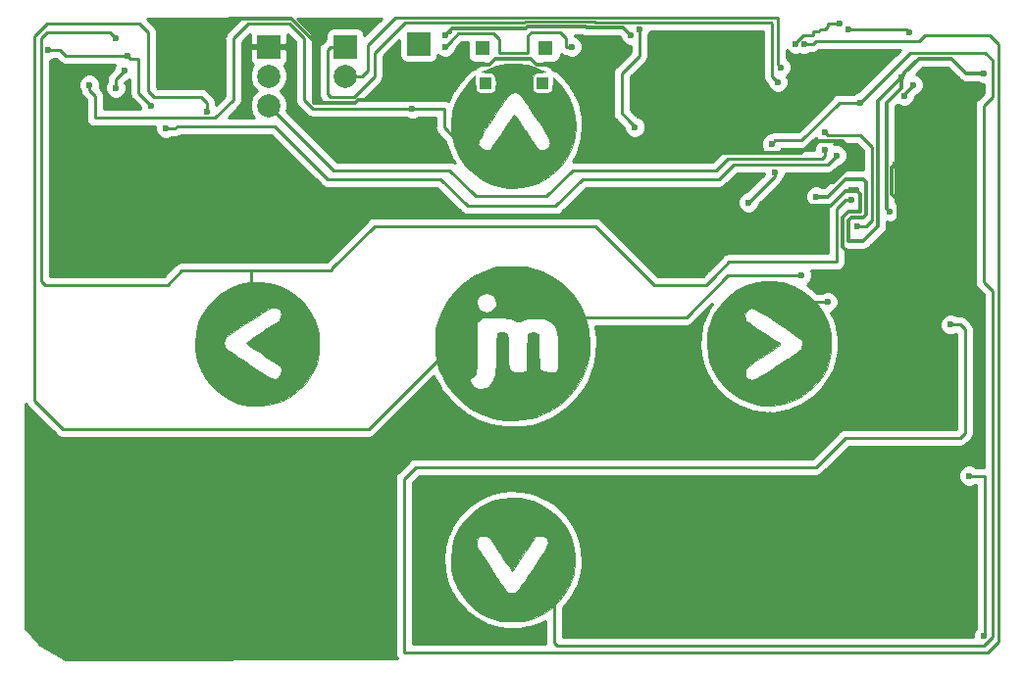
<source format=gbr>
G04 #@! TF.GenerationSoftware,KiCad,Pcbnew,(5.0.1-3-g963ef8bb5)*
G04 #@! TF.CreationDate,2019-04-11T07:51:52+01:00*
G04 #@! TF.ProjectId,invitation,696E7669746174696F6E2E6B69636164,rev?*
G04 #@! TF.SameCoordinates,Original*
G04 #@! TF.FileFunction,Copper,L1,Top,Signal*
G04 #@! TF.FilePolarity,Positive*
%FSLAX46Y46*%
G04 Gerber Fmt 4.6, Leading zero omitted, Abs format (unit mm)*
G04 Created by KiCad (PCBNEW (5.0.1-3-g963ef8bb5)) date Thursday, 11 April 2019 at 07:51:52*
%MOMM*%
%LPD*%
G01*
G04 APERTURE LIST*
G04 #@! TA.AperFunction,EtchedComponent*
%ADD10C,0.010000*%
G04 #@! TD*
G04 #@! TA.AperFunction,ComponentPad*
%ADD11R,1.050000X1.050000*%
G04 #@! TD*
G04 #@! TA.AperFunction,ComponentPad*
%ADD12R,1.300000X1.300000*%
G04 #@! TD*
G04 #@! TA.AperFunction,ComponentPad*
%ADD13R,2.000000X2.000000*%
G04 #@! TD*
G04 #@! TA.AperFunction,ComponentPad*
%ADD14C,2.000000*%
G04 #@! TD*
G04 #@! TA.AperFunction,BGAPad,CuDef*
%ADD15C,1.000000*%
G04 #@! TD*
G04 #@! TA.AperFunction,BGAPad,CuDef*
%ADD16C,0.500000*%
G04 #@! TD*
G04 #@! TA.AperFunction,ViaPad*
%ADD17C,0.600000*%
G04 #@! TD*
G04 #@! TA.AperFunction,Conductor*
%ADD18C,0.300000*%
G04 #@! TD*
G04 #@! TA.AperFunction,Conductor*
%ADD19C,0.250000*%
G04 #@! TD*
G04 #@! TA.AperFunction,Conductor*
%ADD20C,0.254000*%
G04 #@! TD*
G04 APERTURE END LIST*
D10*
G04 #@! TO.C,P4*
G36*
X141298524Y-94596623D02*
X142158751Y-94849985D01*
X142988777Y-95253521D01*
X143606156Y-95676492D01*
X144254718Y-96290941D01*
X144795698Y-97026365D01*
X145215985Y-97863208D01*
X145378988Y-98320666D01*
X145523824Y-98980546D01*
X145583546Y-99712240D01*
X145558850Y-100455010D01*
X145450431Y-101148117D01*
X145342265Y-101524023D01*
X144944227Y-102424278D01*
X144426619Y-103206619D01*
X143783835Y-103878375D01*
X143199750Y-104325088D01*
X142411837Y-104754090D01*
X141546952Y-105049501D01*
X140642274Y-105202800D01*
X139734985Y-105205470D01*
X139480333Y-105177353D01*
X138617030Y-104988883D01*
X137827459Y-104664771D01*
X137089326Y-104193590D01*
X136429631Y-103613534D01*
X135810799Y-102895863D01*
X135352219Y-102132238D01*
X135048125Y-101308739D01*
X134892751Y-100411446D01*
X134868502Y-99844666D01*
X134876944Y-99735927D01*
X137325387Y-99735927D01*
X137388497Y-100052699D01*
X137446827Y-100155489D01*
X137553218Y-100254502D01*
X137778784Y-100428787D01*
X138100456Y-100661749D01*
X138495163Y-100936790D01*
X138939836Y-101237313D01*
X139076660Y-101328060D01*
X139554503Y-101643731D01*
X140012321Y-101946398D01*
X140421168Y-102216907D01*
X140752095Y-102436104D01*
X140976156Y-102584835D01*
X141004333Y-102603597D01*
X141400732Y-102816528D01*
X141732554Y-102879422D01*
X142011570Y-102793388D01*
X142120709Y-102708574D01*
X142252652Y-102498926D01*
X142318441Y-102224180D01*
X142306519Y-101961405D01*
X142251870Y-101833864D01*
X142167733Y-101766408D01*
X141967861Y-101623860D01*
X141678293Y-101423723D01*
X141325067Y-101183499D01*
X140934223Y-100920693D01*
X140531798Y-100652807D01*
X140143832Y-100397344D01*
X139796364Y-100171809D01*
X139515431Y-99993704D01*
X139501500Y-99985057D01*
X139341465Y-99868573D01*
X139270385Y-99782547D01*
X139270158Y-99779214D01*
X139338370Y-99716237D01*
X139527487Y-99577256D01*
X139815683Y-99377383D01*
X140181133Y-99131728D01*
X140602010Y-98855400D01*
X140643213Y-98828666D01*
X141080511Y-98542680D01*
X141476326Y-98279046D01*
X141805572Y-98054852D01*
X142043168Y-97887186D01*
X142164029Y-97793134D01*
X142165721Y-97791500D01*
X142280383Y-97577670D01*
X142313033Y-97293184D01*
X142262760Y-97016035D01*
X142176544Y-96866833D01*
X141951014Y-96741639D01*
X141686177Y-96712000D01*
X141547969Y-96722415D01*
X141398624Y-96761908D01*
X141215133Y-96842846D01*
X140974490Y-96977597D01*
X140653686Y-97178529D01*
X140229713Y-97458010D01*
X139953648Y-97643333D01*
X139528012Y-97929025D01*
X139152120Y-98179258D01*
X138847790Y-98379679D01*
X138636841Y-98515933D01*
X138541091Y-98573665D01*
X138538057Y-98574666D01*
X138430683Y-98623895D01*
X138235696Y-98750588D01*
X137995107Y-98923260D01*
X137750932Y-99110423D01*
X137545182Y-99280590D01*
X137419870Y-99402273D01*
X137404422Y-99424281D01*
X137325387Y-99735927D01*
X134876944Y-99735927D01*
X134941902Y-98899286D01*
X135163536Y-98029751D01*
X135379902Y-97517177D01*
X135866606Y-96706790D01*
X136459805Y-96015990D01*
X137142413Y-95448600D01*
X137897341Y-95008444D01*
X138707504Y-94699345D01*
X139555813Y-94525126D01*
X140425182Y-94489611D01*
X141298524Y-94596623D01*
X141298524Y-94596623D01*
G37*
X141298524Y-94596623D02*
X142158751Y-94849985D01*
X142988777Y-95253521D01*
X143606156Y-95676492D01*
X144254718Y-96290941D01*
X144795698Y-97026365D01*
X145215985Y-97863208D01*
X145378988Y-98320666D01*
X145523824Y-98980546D01*
X145583546Y-99712240D01*
X145558850Y-100455010D01*
X145450431Y-101148117D01*
X145342265Y-101524023D01*
X144944227Y-102424278D01*
X144426619Y-103206619D01*
X143783835Y-103878375D01*
X143199750Y-104325088D01*
X142411837Y-104754090D01*
X141546952Y-105049501D01*
X140642274Y-105202800D01*
X139734985Y-105205470D01*
X139480333Y-105177353D01*
X138617030Y-104988883D01*
X137827459Y-104664771D01*
X137089326Y-104193590D01*
X136429631Y-103613534D01*
X135810799Y-102895863D01*
X135352219Y-102132238D01*
X135048125Y-101308739D01*
X134892751Y-100411446D01*
X134868502Y-99844666D01*
X134876944Y-99735927D01*
X137325387Y-99735927D01*
X137388497Y-100052699D01*
X137446827Y-100155489D01*
X137553218Y-100254502D01*
X137778784Y-100428787D01*
X138100456Y-100661749D01*
X138495163Y-100936790D01*
X138939836Y-101237313D01*
X139076660Y-101328060D01*
X139554503Y-101643731D01*
X140012321Y-101946398D01*
X140421168Y-102216907D01*
X140752095Y-102436104D01*
X140976156Y-102584835D01*
X141004333Y-102603597D01*
X141400732Y-102816528D01*
X141732554Y-102879422D01*
X142011570Y-102793388D01*
X142120709Y-102708574D01*
X142252652Y-102498926D01*
X142318441Y-102224180D01*
X142306519Y-101961405D01*
X142251870Y-101833864D01*
X142167733Y-101766408D01*
X141967861Y-101623860D01*
X141678293Y-101423723D01*
X141325067Y-101183499D01*
X140934223Y-100920693D01*
X140531798Y-100652807D01*
X140143832Y-100397344D01*
X139796364Y-100171809D01*
X139515431Y-99993704D01*
X139501500Y-99985057D01*
X139341465Y-99868573D01*
X139270385Y-99782547D01*
X139270158Y-99779214D01*
X139338370Y-99716237D01*
X139527487Y-99577256D01*
X139815683Y-99377383D01*
X140181133Y-99131728D01*
X140602010Y-98855400D01*
X140643213Y-98828666D01*
X141080511Y-98542680D01*
X141476326Y-98279046D01*
X141805572Y-98054852D01*
X142043168Y-97887186D01*
X142164029Y-97793134D01*
X142165721Y-97791500D01*
X142280383Y-97577670D01*
X142313033Y-97293184D01*
X142262760Y-97016035D01*
X142176544Y-96866833D01*
X141951014Y-96741639D01*
X141686177Y-96712000D01*
X141547969Y-96722415D01*
X141398624Y-96761908D01*
X141215133Y-96842846D01*
X140974490Y-96977597D01*
X140653686Y-97178529D01*
X140229713Y-97458010D01*
X139953648Y-97643333D01*
X139528012Y-97929025D01*
X139152120Y-98179258D01*
X138847790Y-98379679D01*
X138636841Y-98515933D01*
X138541091Y-98573665D01*
X138538057Y-98574666D01*
X138430683Y-98623895D01*
X138235696Y-98750588D01*
X137995107Y-98923260D01*
X137750932Y-99110423D01*
X137545182Y-99280590D01*
X137419870Y-99402273D01*
X137404422Y-99424281D01*
X137325387Y-99735927D01*
X134876944Y-99735927D01*
X134941902Y-98899286D01*
X135163536Y-98029751D01*
X135379902Y-97517177D01*
X135866606Y-96706790D01*
X136459805Y-96015990D01*
X137142413Y-95448600D01*
X137897341Y-95008444D01*
X138707504Y-94699345D01*
X139555813Y-94525126D01*
X140425182Y-94489611D01*
X141298524Y-94596623D01*
G04 #@! TO.C,P5*
G36*
X185465430Y-94528083D02*
X185640000Y-94563759D01*
X186490574Y-94846248D01*
X187284402Y-95272807D01*
X188002096Y-95824200D01*
X188624271Y-96481187D01*
X189131540Y-97224531D01*
X189504517Y-98034993D01*
X189656842Y-98550000D01*
X189749012Y-99135878D01*
X189780937Y-99800906D01*
X189752598Y-100467350D01*
X189663974Y-101057475D01*
X189657504Y-101085522D01*
X189372416Y-101940486D01*
X188947311Y-102723025D01*
X188400216Y-103420660D01*
X187749156Y-104020916D01*
X187012157Y-104511315D01*
X186207244Y-104879380D01*
X185352443Y-105112635D01*
X184465779Y-105198602D01*
X183775451Y-105156941D01*
X182849520Y-104953480D01*
X181989725Y-104601006D01*
X181210505Y-104111756D01*
X180526302Y-103497966D01*
X179951557Y-102771874D01*
X179500712Y-101945717D01*
X179275678Y-101344000D01*
X179130842Y-100684120D01*
X179071120Y-99952425D01*
X179095816Y-99209655D01*
X179204234Y-98516549D01*
X179312401Y-98140643D01*
X179625471Y-97440486D01*
X182336225Y-97440486D01*
X182348147Y-97703261D01*
X182402796Y-97830802D01*
X182486933Y-97898257D01*
X182686805Y-98040805D01*
X182976373Y-98240943D01*
X183329599Y-98481167D01*
X183720443Y-98743973D01*
X184122868Y-99011859D01*
X184510833Y-99267321D01*
X184858302Y-99492857D01*
X185139235Y-99670962D01*
X185153166Y-99679609D01*
X185313201Y-99796093D01*
X185384281Y-99882118D01*
X185384507Y-99885451D01*
X185316296Y-99948429D01*
X185127179Y-100087409D01*
X184838982Y-100287282D01*
X184473533Y-100532938D01*
X184052656Y-100809266D01*
X184011453Y-100836000D01*
X183574154Y-101121986D01*
X183178340Y-101385620D01*
X182849093Y-101609813D01*
X182611498Y-101777480D01*
X182490637Y-101871532D01*
X182488945Y-101873166D01*
X182374283Y-102086996D01*
X182341632Y-102371481D01*
X182391906Y-102648631D01*
X182478122Y-102797833D01*
X182703651Y-102923026D01*
X182968489Y-102952666D01*
X183106697Y-102942250D01*
X183256042Y-102902758D01*
X183439532Y-102821820D01*
X183680176Y-102687069D01*
X184000979Y-102486137D01*
X184424952Y-102206655D01*
X184701018Y-102021333D01*
X185126654Y-101735641D01*
X185502546Y-101485408D01*
X185806875Y-101284987D01*
X186017824Y-101148733D01*
X186113575Y-101091000D01*
X186116609Y-101090000D01*
X186223982Y-101040771D01*
X186418970Y-100914077D01*
X186659558Y-100741405D01*
X186903734Y-100554243D01*
X187109484Y-100384076D01*
X187234795Y-100262393D01*
X187250244Y-100240384D01*
X187329251Y-99929879D01*
X187267487Y-99614365D01*
X187209063Y-99510924D01*
X187099058Y-99406386D01*
X186873195Y-99229309D01*
X186557830Y-98999070D01*
X186179317Y-98735052D01*
X185875563Y-98530325D01*
X185154937Y-98052250D01*
X184560919Y-97661255D01*
X184079163Y-97350581D01*
X183695322Y-97113469D01*
X183395051Y-96943162D01*
X183164004Y-96832901D01*
X182987833Y-96775927D01*
X182852193Y-96765482D01*
X182742738Y-96794807D01*
X182645121Y-96857143D01*
X182544996Y-96945733D01*
X182533956Y-96956091D01*
X182402013Y-97165740D01*
X182336225Y-97440486D01*
X179625471Y-97440486D01*
X179711470Y-97248158D01*
X180236389Y-96457699D01*
X180875851Y-95780493D01*
X181618552Y-95227765D01*
X182453183Y-94810740D01*
X182785505Y-94692291D01*
X183408148Y-94545880D01*
X184108269Y-94467640D01*
X184816989Y-94460674D01*
X185465430Y-94528083D01*
X185465430Y-94528083D01*
G37*
X185465430Y-94528083D02*
X185640000Y-94563759D01*
X186490574Y-94846248D01*
X187284402Y-95272807D01*
X188002096Y-95824200D01*
X188624271Y-96481187D01*
X189131540Y-97224531D01*
X189504517Y-98034993D01*
X189656842Y-98550000D01*
X189749012Y-99135878D01*
X189780937Y-99800906D01*
X189752598Y-100467350D01*
X189663974Y-101057475D01*
X189657504Y-101085522D01*
X189372416Y-101940486D01*
X188947311Y-102723025D01*
X188400216Y-103420660D01*
X187749156Y-104020916D01*
X187012157Y-104511315D01*
X186207244Y-104879380D01*
X185352443Y-105112635D01*
X184465779Y-105198602D01*
X183775451Y-105156941D01*
X182849520Y-104953480D01*
X181989725Y-104601006D01*
X181210505Y-104111756D01*
X180526302Y-103497966D01*
X179951557Y-102771874D01*
X179500712Y-101945717D01*
X179275678Y-101344000D01*
X179130842Y-100684120D01*
X179071120Y-99952425D01*
X179095816Y-99209655D01*
X179204234Y-98516549D01*
X179312401Y-98140643D01*
X179625471Y-97440486D01*
X182336225Y-97440486D01*
X182348147Y-97703261D01*
X182402796Y-97830802D01*
X182486933Y-97898257D01*
X182686805Y-98040805D01*
X182976373Y-98240943D01*
X183329599Y-98481167D01*
X183720443Y-98743973D01*
X184122868Y-99011859D01*
X184510833Y-99267321D01*
X184858302Y-99492857D01*
X185139235Y-99670962D01*
X185153166Y-99679609D01*
X185313201Y-99796093D01*
X185384281Y-99882118D01*
X185384507Y-99885451D01*
X185316296Y-99948429D01*
X185127179Y-100087409D01*
X184838982Y-100287282D01*
X184473533Y-100532938D01*
X184052656Y-100809266D01*
X184011453Y-100836000D01*
X183574154Y-101121986D01*
X183178340Y-101385620D01*
X182849093Y-101609813D01*
X182611498Y-101777480D01*
X182490637Y-101871532D01*
X182488945Y-101873166D01*
X182374283Y-102086996D01*
X182341632Y-102371481D01*
X182391906Y-102648631D01*
X182478122Y-102797833D01*
X182703651Y-102923026D01*
X182968489Y-102952666D01*
X183106697Y-102942250D01*
X183256042Y-102902758D01*
X183439532Y-102821820D01*
X183680176Y-102687069D01*
X184000979Y-102486137D01*
X184424952Y-102206655D01*
X184701018Y-102021333D01*
X185126654Y-101735641D01*
X185502546Y-101485408D01*
X185806875Y-101284987D01*
X186017824Y-101148733D01*
X186113575Y-101091000D01*
X186116609Y-101090000D01*
X186223982Y-101040771D01*
X186418970Y-100914077D01*
X186659558Y-100741405D01*
X186903734Y-100554243D01*
X187109484Y-100384076D01*
X187234795Y-100262393D01*
X187250244Y-100240384D01*
X187329251Y-99929879D01*
X187267487Y-99614365D01*
X187209063Y-99510924D01*
X187099058Y-99406386D01*
X186873195Y-99229309D01*
X186557830Y-98999070D01*
X186179317Y-98735052D01*
X185875563Y-98530325D01*
X185154937Y-98052250D01*
X184560919Y-97661255D01*
X184079163Y-97350581D01*
X183695322Y-97113469D01*
X183395051Y-96943162D01*
X183164004Y-96832901D01*
X182987833Y-96775927D01*
X182852193Y-96765482D01*
X182742738Y-96794807D01*
X182645121Y-96857143D01*
X182544996Y-96945733D01*
X182533956Y-96956091D01*
X182402013Y-97165740D01*
X182336225Y-97440486D01*
X179625471Y-97440486D01*
X179711470Y-97248158D01*
X180236389Y-96457699D01*
X180875851Y-95780493D01*
X181618552Y-95227765D01*
X182453183Y-94810740D01*
X182785505Y-94692291D01*
X183408148Y-94545880D01*
X184108269Y-94467640D01*
X184816989Y-94460674D01*
X185465430Y-94528083D01*
G04 #@! TO.C,P11*
G36*
X162905010Y-113175816D02*
X163598117Y-113284234D01*
X163974023Y-113392401D01*
X164866508Y-113791470D01*
X165656966Y-114316389D01*
X166334172Y-114955851D01*
X166886901Y-115698552D01*
X167303925Y-116533183D01*
X167422374Y-116865505D01*
X167568786Y-117488148D01*
X167647025Y-118188269D01*
X167653991Y-118896989D01*
X167586583Y-119545430D01*
X167550906Y-119720000D01*
X167268418Y-120570574D01*
X166841858Y-121364402D01*
X166290466Y-122082096D01*
X165633478Y-122704271D01*
X164890135Y-123211540D01*
X164079673Y-123584517D01*
X163564666Y-123736842D01*
X163049079Y-123818740D01*
X162445109Y-123854036D01*
X161823536Y-123842816D01*
X161255143Y-123785166D01*
X160990895Y-123733712D01*
X160169057Y-123451008D01*
X159390004Y-123020770D01*
X158679430Y-122463932D01*
X158063032Y-121801429D01*
X157566506Y-121054195D01*
X157467256Y-120863000D01*
X157162961Y-120099162D01*
X156991393Y-119298651D01*
X156942412Y-118450000D01*
X157028648Y-117513130D01*
X157154958Y-117048489D01*
X159162000Y-117048489D01*
X159172415Y-117186697D01*
X159211908Y-117336042D01*
X159292846Y-117519532D01*
X159427597Y-117760176D01*
X159628529Y-118080979D01*
X159908010Y-118504952D01*
X160093333Y-118781018D01*
X160379025Y-119206654D01*
X160629258Y-119582546D01*
X160829679Y-119886875D01*
X160965933Y-120097824D01*
X161023665Y-120193575D01*
X161024666Y-120196609D01*
X161073048Y-120299647D01*
X161197500Y-120491751D01*
X161366985Y-120730831D01*
X161550463Y-120974799D01*
X161716897Y-121181566D01*
X161835247Y-121309044D01*
X161857554Y-121326019D01*
X162140934Y-121405489D01*
X162448611Y-121365899D01*
X162603742Y-121289063D01*
X162708279Y-121179058D01*
X162885357Y-120953195D01*
X163115595Y-120637830D01*
X163379614Y-120259317D01*
X163584341Y-119955563D01*
X164062416Y-119234937D01*
X164453411Y-118640919D01*
X164764085Y-118159163D01*
X165001196Y-117775322D01*
X165171503Y-117475051D01*
X165281764Y-117244004D01*
X165338738Y-117067833D01*
X165349184Y-116932193D01*
X165319859Y-116822738D01*
X165257523Y-116725121D01*
X165168933Y-116624996D01*
X165158574Y-116613956D01*
X164948926Y-116482013D01*
X164674180Y-116416225D01*
X164411405Y-116428147D01*
X164283864Y-116482796D01*
X164216408Y-116566933D01*
X164073860Y-116766805D01*
X163873723Y-117056373D01*
X163633499Y-117409599D01*
X163370693Y-117800443D01*
X163102807Y-118202868D01*
X162847344Y-118590833D01*
X162621809Y-118938302D01*
X162443704Y-119219235D01*
X162435057Y-119233166D01*
X162318573Y-119393201D01*
X162232547Y-119464281D01*
X162229214Y-119464507D01*
X162166237Y-119396296D01*
X162027256Y-119207179D01*
X161827383Y-118918982D01*
X161581728Y-118553533D01*
X161305400Y-118132656D01*
X161278666Y-118091453D01*
X160992680Y-117654154D01*
X160729046Y-117258340D01*
X160504852Y-116929093D01*
X160337186Y-116691498D01*
X160243134Y-116570637D01*
X160241500Y-116568945D01*
X160027670Y-116454283D01*
X159743184Y-116421632D01*
X159466035Y-116471906D01*
X159316833Y-116558122D01*
X159191639Y-116783651D01*
X159162000Y-117048489D01*
X157154958Y-117048489D01*
X157269260Y-116628025D01*
X157653484Y-115809012D01*
X158170551Y-115070417D01*
X158809696Y-114426568D01*
X159560153Y-113891791D01*
X160411155Y-113480412D01*
X160770666Y-113355678D01*
X161430546Y-113210842D01*
X162162240Y-113151120D01*
X162905010Y-113175816D01*
X162905010Y-113175816D01*
G37*
X162905010Y-113175816D02*
X163598117Y-113284234D01*
X163974023Y-113392401D01*
X164866508Y-113791470D01*
X165656966Y-114316389D01*
X166334172Y-114955851D01*
X166886901Y-115698552D01*
X167303925Y-116533183D01*
X167422374Y-116865505D01*
X167568786Y-117488148D01*
X167647025Y-118188269D01*
X167653991Y-118896989D01*
X167586583Y-119545430D01*
X167550906Y-119720000D01*
X167268418Y-120570574D01*
X166841858Y-121364402D01*
X166290466Y-122082096D01*
X165633478Y-122704271D01*
X164890135Y-123211540D01*
X164079673Y-123584517D01*
X163564666Y-123736842D01*
X163049079Y-123818740D01*
X162445109Y-123854036D01*
X161823536Y-123842816D01*
X161255143Y-123785166D01*
X160990895Y-123733712D01*
X160169057Y-123451008D01*
X159390004Y-123020770D01*
X158679430Y-122463932D01*
X158063032Y-121801429D01*
X157566506Y-121054195D01*
X157467256Y-120863000D01*
X157162961Y-120099162D01*
X156991393Y-119298651D01*
X156942412Y-118450000D01*
X157028648Y-117513130D01*
X157154958Y-117048489D01*
X159162000Y-117048489D01*
X159172415Y-117186697D01*
X159211908Y-117336042D01*
X159292846Y-117519532D01*
X159427597Y-117760176D01*
X159628529Y-118080979D01*
X159908010Y-118504952D01*
X160093333Y-118781018D01*
X160379025Y-119206654D01*
X160629258Y-119582546D01*
X160829679Y-119886875D01*
X160965933Y-120097824D01*
X161023665Y-120193575D01*
X161024666Y-120196609D01*
X161073048Y-120299647D01*
X161197500Y-120491751D01*
X161366985Y-120730831D01*
X161550463Y-120974799D01*
X161716897Y-121181566D01*
X161835247Y-121309044D01*
X161857554Y-121326019D01*
X162140934Y-121405489D01*
X162448611Y-121365899D01*
X162603742Y-121289063D01*
X162708279Y-121179058D01*
X162885357Y-120953195D01*
X163115595Y-120637830D01*
X163379614Y-120259317D01*
X163584341Y-119955563D01*
X164062416Y-119234937D01*
X164453411Y-118640919D01*
X164764085Y-118159163D01*
X165001196Y-117775322D01*
X165171503Y-117475051D01*
X165281764Y-117244004D01*
X165338738Y-117067833D01*
X165349184Y-116932193D01*
X165319859Y-116822738D01*
X165257523Y-116725121D01*
X165168933Y-116624996D01*
X165158574Y-116613956D01*
X164948926Y-116482013D01*
X164674180Y-116416225D01*
X164411405Y-116428147D01*
X164283864Y-116482796D01*
X164216408Y-116566933D01*
X164073860Y-116766805D01*
X163873723Y-117056373D01*
X163633499Y-117409599D01*
X163370693Y-117800443D01*
X163102807Y-118202868D01*
X162847344Y-118590833D01*
X162621809Y-118938302D01*
X162443704Y-119219235D01*
X162435057Y-119233166D01*
X162318573Y-119393201D01*
X162232547Y-119464281D01*
X162229214Y-119464507D01*
X162166237Y-119396296D01*
X162027256Y-119207179D01*
X161827383Y-118918982D01*
X161581728Y-118553533D01*
X161305400Y-118132656D01*
X161278666Y-118091453D01*
X160992680Y-117654154D01*
X160729046Y-117258340D01*
X160504852Y-116929093D01*
X160337186Y-116691498D01*
X160243134Y-116570637D01*
X160241500Y-116568945D01*
X160027670Y-116454283D01*
X159743184Y-116421632D01*
X159466035Y-116471906D01*
X159316833Y-116558122D01*
X159191639Y-116783651D01*
X159162000Y-117048489D01*
X157154958Y-117048489D01*
X157269260Y-116628025D01*
X157653484Y-115809012D01*
X158170551Y-115070417D01*
X158809696Y-114426568D01*
X159560153Y-113891791D01*
X160411155Y-113480412D01*
X160770666Y-113355678D01*
X161430546Y-113210842D01*
X162162240Y-113151120D01*
X162905010Y-113175816D01*
G04 #@! TO.C,P2*
G36*
X163067989Y-93151201D02*
X163501919Y-93191849D01*
X163764000Y-93242826D01*
X164847228Y-93622621D01*
X165808623Y-94119468D01*
X166650234Y-94734977D01*
X167374111Y-95470760D01*
X167982303Y-96328427D01*
X168209156Y-96735848D01*
X168600018Y-97671662D01*
X168843413Y-98662924D01*
X168938779Y-99682909D01*
X168885560Y-100704891D01*
X168683194Y-101702146D01*
X168332826Y-102644313D01*
X167826547Y-103530719D01*
X167184089Y-104333465D01*
X166425043Y-105035306D01*
X165568997Y-105618994D01*
X164635539Y-106067283D01*
X164314333Y-106182405D01*
X163755842Y-106319377D01*
X163090574Y-106409073D01*
X162374876Y-106449650D01*
X161665095Y-106439264D01*
X161017579Y-106376071D01*
X160643600Y-106302505D01*
X159677246Y-105973386D01*
X158768411Y-105496974D01*
X157937995Y-104890122D01*
X157206899Y-104169680D01*
X156596025Y-103352499D01*
X156427691Y-103052704D01*
X158615684Y-103052704D01*
X158724192Y-103326517D01*
X158726331Y-103330663D01*
X158888738Y-103568206D01*
X159096741Y-103696200D01*
X159395756Y-103735429D01*
X159594817Y-103728169D01*
X159946935Y-103671980D01*
X160197812Y-103547063D01*
X160262485Y-103492980D01*
X160435956Y-103287802D01*
X160608703Y-103014187D01*
X160663082Y-102907333D01*
X160723722Y-102763033D01*
X160769832Y-102606721D01*
X160803954Y-102412002D01*
X160828629Y-102152482D01*
X160846398Y-101801765D01*
X160859804Y-101333456D01*
X160870929Y-100748583D01*
X160886258Y-100068888D01*
X160907006Y-99551606D01*
X160933648Y-99189888D01*
X160966662Y-98976888D01*
X160998847Y-98908379D01*
X161219224Y-98847570D01*
X161489817Y-98868040D01*
X161717787Y-98960468D01*
X161746499Y-98983455D01*
X161804575Y-99051939D01*
X161846168Y-99153363D01*
X161873959Y-99314156D01*
X161890625Y-99560745D01*
X161898845Y-99919560D01*
X161901297Y-100417029D01*
X161901333Y-100511304D01*
X161902144Y-101025743D01*
X161907042Y-101398767D01*
X161919720Y-101658297D01*
X161943875Y-101832250D01*
X161983201Y-101948545D01*
X162041394Y-102035101D01*
X162113019Y-102110716D01*
X162245418Y-102224726D01*
X162388291Y-102285107D01*
X162595445Y-102304683D01*
X162896186Y-102297367D01*
X163467666Y-102272333D01*
X163510000Y-100623254D01*
X163552333Y-98974175D01*
X163785166Y-98892410D01*
X164119745Y-98860268D01*
X164250833Y-98892318D01*
X164483666Y-98973991D01*
X164529200Y-100411495D01*
X164548321Y-100897300D01*
X164572398Y-101331265D01*
X164599137Y-101681918D01*
X164626243Y-101917788D01*
X164644995Y-101999518D01*
X164783800Y-102173431D01*
X165019833Y-102274407D01*
X165382209Y-102313341D01*
X165487175Y-102314666D01*
X165744282Y-102315388D01*
X165933030Y-102302498D01*
X166063945Y-102253411D01*
X166147551Y-102145542D01*
X166194371Y-101956306D01*
X166214930Y-101663119D01*
X166219751Y-101243395D01*
X166219333Y-100743442D01*
X166213876Y-100225063D01*
X166198785Y-99732202D01*
X166175983Y-99303971D01*
X166147390Y-98979480D01*
X166125735Y-98838569D01*
X165944782Y-98379621D01*
X165630791Y-98002004D01*
X165211973Y-97735360D01*
X165005887Y-97661981D01*
X164587134Y-97593707D01*
X164107063Y-97590189D01*
X163633572Y-97646416D01*
X163234558Y-97757373D01*
X163141386Y-97799628D01*
X162936399Y-97897912D01*
X162793662Y-97923069D01*
X162634860Y-97874133D01*
X162464195Y-97791270D01*
X162301693Y-97720757D01*
X162119763Y-97670396D01*
X161885189Y-97636156D01*
X161564753Y-97614005D01*
X161125238Y-97599912D01*
X160843000Y-97594502D01*
X160381670Y-97589872D01*
X159968385Y-97591398D01*
X159638540Y-97598528D01*
X159427533Y-97610709D01*
X159382500Y-97617282D01*
X159192000Y-97661226D01*
X159192000Y-99949817D01*
X159189987Y-100702671D01*
X159182159Y-101304210D01*
X159165831Y-101772423D01*
X159138318Y-102125300D01*
X159096935Y-102380829D01*
X159038997Y-102557000D01*
X158961819Y-102671803D01*
X158862718Y-102743226D01*
X158769595Y-102780038D01*
X158630308Y-102877036D01*
X158615684Y-103052704D01*
X156427691Y-103052704D01*
X156274755Y-102780333D01*
X156004926Y-102195631D01*
X155815275Y-101677555D01*
X155693130Y-101170480D01*
X155625817Y-100618783D01*
X155600661Y-99966839D01*
X155599565Y-99817000D01*
X155613839Y-99134921D01*
X155669521Y-98564241D01*
X155778167Y-98049675D01*
X155951334Y-97535941D01*
X156190910Y-96988181D01*
X156580324Y-96303333D01*
X159192000Y-96303333D01*
X159263325Y-96658333D01*
X159452937Y-96929713D01*
X159724287Y-97102325D01*
X160040830Y-97161025D01*
X160366017Y-97090667D01*
X160637846Y-96902512D01*
X160838377Y-96601097D01*
X160896111Y-96275173D01*
X160826194Y-95961289D01*
X160643770Y-95695990D01*
X160363987Y-95515824D01*
X160038666Y-95456666D01*
X159669972Y-95530839D01*
X159390564Y-95736493D01*
X159225737Y-96048334D01*
X159192000Y-96303333D01*
X156580324Y-96303333D01*
X156725910Y-96047298D01*
X157385516Y-95217269D01*
X158159248Y-94506841D01*
X159036628Y-93924761D01*
X160007175Y-93479775D01*
X160631333Y-93281834D01*
X160995930Y-93213163D01*
X161469395Y-93165173D01*
X162004227Y-93138455D01*
X162552925Y-93133600D01*
X163067989Y-93151201D01*
X163067989Y-93151201D01*
G37*
X163067989Y-93151201D02*
X163501919Y-93191849D01*
X163764000Y-93242826D01*
X164847228Y-93622621D01*
X165808623Y-94119468D01*
X166650234Y-94734977D01*
X167374111Y-95470760D01*
X167982303Y-96328427D01*
X168209156Y-96735848D01*
X168600018Y-97671662D01*
X168843413Y-98662924D01*
X168938779Y-99682909D01*
X168885560Y-100704891D01*
X168683194Y-101702146D01*
X168332826Y-102644313D01*
X167826547Y-103530719D01*
X167184089Y-104333465D01*
X166425043Y-105035306D01*
X165568997Y-105618994D01*
X164635539Y-106067283D01*
X164314333Y-106182405D01*
X163755842Y-106319377D01*
X163090574Y-106409073D01*
X162374876Y-106449650D01*
X161665095Y-106439264D01*
X161017579Y-106376071D01*
X160643600Y-106302505D01*
X159677246Y-105973386D01*
X158768411Y-105496974D01*
X157937995Y-104890122D01*
X157206899Y-104169680D01*
X156596025Y-103352499D01*
X156427691Y-103052704D01*
X158615684Y-103052704D01*
X158724192Y-103326517D01*
X158726331Y-103330663D01*
X158888738Y-103568206D01*
X159096741Y-103696200D01*
X159395756Y-103735429D01*
X159594817Y-103728169D01*
X159946935Y-103671980D01*
X160197812Y-103547063D01*
X160262485Y-103492980D01*
X160435956Y-103287802D01*
X160608703Y-103014187D01*
X160663082Y-102907333D01*
X160723722Y-102763033D01*
X160769832Y-102606721D01*
X160803954Y-102412002D01*
X160828629Y-102152482D01*
X160846398Y-101801765D01*
X160859804Y-101333456D01*
X160870929Y-100748583D01*
X160886258Y-100068888D01*
X160907006Y-99551606D01*
X160933648Y-99189888D01*
X160966662Y-98976888D01*
X160998847Y-98908379D01*
X161219224Y-98847570D01*
X161489817Y-98868040D01*
X161717787Y-98960468D01*
X161746499Y-98983455D01*
X161804575Y-99051939D01*
X161846168Y-99153363D01*
X161873959Y-99314156D01*
X161890625Y-99560745D01*
X161898845Y-99919560D01*
X161901297Y-100417029D01*
X161901333Y-100511304D01*
X161902144Y-101025743D01*
X161907042Y-101398767D01*
X161919720Y-101658297D01*
X161943875Y-101832250D01*
X161983201Y-101948545D01*
X162041394Y-102035101D01*
X162113019Y-102110716D01*
X162245418Y-102224726D01*
X162388291Y-102285107D01*
X162595445Y-102304683D01*
X162896186Y-102297367D01*
X163467666Y-102272333D01*
X163510000Y-100623254D01*
X163552333Y-98974175D01*
X163785166Y-98892410D01*
X164119745Y-98860268D01*
X164250833Y-98892318D01*
X164483666Y-98973991D01*
X164529200Y-100411495D01*
X164548321Y-100897300D01*
X164572398Y-101331265D01*
X164599137Y-101681918D01*
X164626243Y-101917788D01*
X164644995Y-101999518D01*
X164783800Y-102173431D01*
X165019833Y-102274407D01*
X165382209Y-102313341D01*
X165487175Y-102314666D01*
X165744282Y-102315388D01*
X165933030Y-102302498D01*
X166063945Y-102253411D01*
X166147551Y-102145542D01*
X166194371Y-101956306D01*
X166214930Y-101663119D01*
X166219751Y-101243395D01*
X166219333Y-100743442D01*
X166213876Y-100225063D01*
X166198785Y-99732202D01*
X166175983Y-99303971D01*
X166147390Y-98979480D01*
X166125735Y-98838569D01*
X165944782Y-98379621D01*
X165630791Y-98002004D01*
X165211973Y-97735360D01*
X165005887Y-97661981D01*
X164587134Y-97593707D01*
X164107063Y-97590189D01*
X163633572Y-97646416D01*
X163234558Y-97757373D01*
X163141386Y-97799628D01*
X162936399Y-97897912D01*
X162793662Y-97923069D01*
X162634860Y-97874133D01*
X162464195Y-97791270D01*
X162301693Y-97720757D01*
X162119763Y-97670396D01*
X161885189Y-97636156D01*
X161564753Y-97614005D01*
X161125238Y-97599912D01*
X160843000Y-97594502D01*
X160381670Y-97589872D01*
X159968385Y-97591398D01*
X159638540Y-97598528D01*
X159427533Y-97610709D01*
X159382500Y-97617282D01*
X159192000Y-97661226D01*
X159192000Y-99949817D01*
X159189987Y-100702671D01*
X159182159Y-101304210D01*
X159165831Y-101772423D01*
X159138318Y-102125300D01*
X159096935Y-102380829D01*
X159038997Y-102557000D01*
X158961819Y-102671803D01*
X158862718Y-102743226D01*
X158769595Y-102780038D01*
X158630308Y-102877036D01*
X158615684Y-103052704D01*
X156427691Y-103052704D01*
X156274755Y-102780333D01*
X156004926Y-102195631D01*
X155815275Y-101677555D01*
X155693130Y-101170480D01*
X155625817Y-100618783D01*
X155600661Y-99966839D01*
X155599565Y-99817000D01*
X155613839Y-99134921D01*
X155669521Y-98564241D01*
X155778167Y-98049675D01*
X155951334Y-97535941D01*
X156190910Y-96988181D01*
X156580324Y-96303333D01*
X159192000Y-96303333D01*
X159263325Y-96658333D01*
X159452937Y-96929713D01*
X159724287Y-97102325D01*
X160040830Y-97161025D01*
X160366017Y-97090667D01*
X160637846Y-96902512D01*
X160838377Y-96601097D01*
X160896111Y-96275173D01*
X160826194Y-95961289D01*
X160643770Y-95695990D01*
X160363987Y-95515824D01*
X160038666Y-95456666D01*
X159669972Y-95530839D01*
X159390564Y-95736493D01*
X159225737Y-96048334D01*
X159192000Y-96303333D01*
X156580324Y-96303333D01*
X156725910Y-96047298D01*
X157385516Y-95217269D01*
X158159248Y-94506841D01*
X159036628Y-93924761D01*
X160007175Y-93479775D01*
X160631333Y-93281834D01*
X160995930Y-93213163D01*
X161469395Y-93165173D01*
X162004227Y-93138455D01*
X162552925Y-93133600D01*
X163067989Y-93151201D01*
G04 #@! TO.C,P10*
G36*
X163560664Y-75769620D02*
X164386548Y-76024240D01*
X164631078Y-76133307D01*
X165111666Y-76365666D01*
X164688946Y-76392311D01*
X164359009Y-76435177D01*
X164146310Y-76533994D01*
X164026705Y-76719084D01*
X163976052Y-77020773D01*
X163968666Y-77297000D01*
X163984198Y-77690373D01*
X164049990Y-77947842D01*
X164194842Y-78097516D01*
X164447551Y-78167503D01*
X164836914Y-78185912D01*
X164879452Y-78185999D01*
X165270866Y-78171387D01*
X165523701Y-78108725D01*
X165667551Y-77969773D01*
X165732008Y-77726293D01*
X165746666Y-77358436D01*
X165746666Y-76796967D01*
X166091729Y-77131650D01*
X166443362Y-77524777D01*
X166795675Y-78008133D01*
X167111461Y-78523773D01*
X167353513Y-79013751D01*
X167430575Y-79216742D01*
X167654976Y-80141661D01*
X167720430Y-81060525D01*
X167635102Y-81957199D01*
X167407151Y-82815551D01*
X167044739Y-83619447D01*
X166556028Y-84352754D01*
X165949180Y-84999338D01*
X165232355Y-85543066D01*
X164413716Y-85967803D01*
X163926333Y-86143821D01*
X163494168Y-86245948D01*
X162977377Y-86320323D01*
X162433376Y-86363005D01*
X161919580Y-86370052D01*
X161493406Y-86337525D01*
X161385478Y-86318235D01*
X160455632Y-86037513D01*
X159606165Y-85619451D01*
X158850966Y-85076321D01*
X158203927Y-84420395D01*
X157678940Y-83663944D01*
X157289894Y-82819242D01*
X157232291Y-82649161D01*
X157216610Y-82582473D01*
X159305482Y-82582473D01*
X159334807Y-82691928D01*
X159397143Y-82789545D01*
X159485733Y-82889670D01*
X159496091Y-82900709D01*
X159705740Y-83032652D01*
X159980486Y-83098441D01*
X160243261Y-83086519D01*
X160370802Y-83031870D01*
X160438257Y-82947733D01*
X160580805Y-82747861D01*
X160780943Y-82458293D01*
X161021167Y-82105067D01*
X161283973Y-81714223D01*
X161551859Y-81311798D01*
X161807321Y-80923832D01*
X162032857Y-80576364D01*
X162210962Y-80295431D01*
X162219609Y-80281500D01*
X162336093Y-80121465D01*
X162422118Y-80050385D01*
X162425451Y-80050158D01*
X162488429Y-80118370D01*
X162627409Y-80307487D01*
X162827282Y-80595683D01*
X163072938Y-80961133D01*
X163349266Y-81382010D01*
X163376000Y-81423213D01*
X163661986Y-81860511D01*
X163925620Y-82256326D01*
X164149813Y-82585572D01*
X164317480Y-82823168D01*
X164411532Y-82944029D01*
X164413166Y-82945721D01*
X164626996Y-83060383D01*
X164911481Y-83093033D01*
X165188631Y-83042760D01*
X165337833Y-82956544D01*
X165463026Y-82731014D01*
X165492666Y-82466177D01*
X165482250Y-82327969D01*
X165442758Y-82178624D01*
X165361820Y-81995133D01*
X165227069Y-81754490D01*
X165026137Y-81433686D01*
X164746655Y-81009713D01*
X164561333Y-80733648D01*
X164275641Y-80308012D01*
X164025408Y-79932120D01*
X163824987Y-79627790D01*
X163688733Y-79416841D01*
X163631000Y-79321091D01*
X163630000Y-79318057D01*
X163580771Y-79210683D01*
X163454077Y-79015696D01*
X163281405Y-78775107D01*
X163094243Y-78530932D01*
X162924076Y-78325182D01*
X162802393Y-78199870D01*
X162780384Y-78184422D01*
X162469879Y-78105414D01*
X162154365Y-78167179D01*
X162050924Y-78225603D01*
X161946386Y-78335608D01*
X161769309Y-78561470D01*
X161539070Y-78876836D01*
X161275052Y-79255349D01*
X161070325Y-79559103D01*
X160592250Y-80279729D01*
X160201255Y-80873747D01*
X159890581Y-81355503D01*
X159653469Y-81739343D01*
X159483162Y-82039614D01*
X159372901Y-82270662D01*
X159315927Y-82446833D01*
X159305482Y-82582473D01*
X157216610Y-82582473D01*
X157085880Y-82026518D01*
X157007640Y-81326397D01*
X157000674Y-80617677D01*
X157068083Y-79969236D01*
X157103759Y-79794666D01*
X157358293Y-79024989D01*
X157748571Y-78265702D01*
X158246138Y-77568578D01*
X158458830Y-77329255D01*
X159050889Y-76704333D01*
X159054444Y-77305044D01*
X159072561Y-77695352D01*
X159140699Y-77950677D01*
X159287836Y-78098938D01*
X159542949Y-78168054D01*
X159935015Y-78185944D01*
X159968785Y-78186000D01*
X160357072Y-78172336D01*
X160608818Y-78111611D01*
X160753133Y-77974220D01*
X160819126Y-77730560D01*
X160835907Y-77351027D01*
X160836000Y-77304074D01*
X160818661Y-76908421D01*
X160749560Y-76649368D01*
X160603065Y-76496208D01*
X160353547Y-76418238D01*
X160072995Y-76389991D01*
X159608333Y-76361734D01*
X160104978Y-76127595D01*
X160919563Y-75831542D01*
X161791092Y-75673226D01*
X162683485Y-75652600D01*
X163560664Y-75769620D01*
X163560664Y-75769620D01*
G37*
X163560664Y-75769620D02*
X164386548Y-76024240D01*
X164631078Y-76133307D01*
X165111666Y-76365666D01*
X164688946Y-76392311D01*
X164359009Y-76435177D01*
X164146310Y-76533994D01*
X164026705Y-76719084D01*
X163976052Y-77020773D01*
X163968666Y-77297000D01*
X163984198Y-77690373D01*
X164049990Y-77947842D01*
X164194842Y-78097516D01*
X164447551Y-78167503D01*
X164836914Y-78185912D01*
X164879452Y-78185999D01*
X165270866Y-78171387D01*
X165523701Y-78108725D01*
X165667551Y-77969773D01*
X165732008Y-77726293D01*
X165746666Y-77358436D01*
X165746666Y-76796967D01*
X166091729Y-77131650D01*
X166443362Y-77524777D01*
X166795675Y-78008133D01*
X167111461Y-78523773D01*
X167353513Y-79013751D01*
X167430575Y-79216742D01*
X167654976Y-80141661D01*
X167720430Y-81060525D01*
X167635102Y-81957199D01*
X167407151Y-82815551D01*
X167044739Y-83619447D01*
X166556028Y-84352754D01*
X165949180Y-84999338D01*
X165232355Y-85543066D01*
X164413716Y-85967803D01*
X163926333Y-86143821D01*
X163494168Y-86245948D01*
X162977377Y-86320323D01*
X162433376Y-86363005D01*
X161919580Y-86370052D01*
X161493406Y-86337525D01*
X161385478Y-86318235D01*
X160455632Y-86037513D01*
X159606165Y-85619451D01*
X158850966Y-85076321D01*
X158203927Y-84420395D01*
X157678940Y-83663944D01*
X157289894Y-82819242D01*
X157232291Y-82649161D01*
X157216610Y-82582473D01*
X159305482Y-82582473D01*
X159334807Y-82691928D01*
X159397143Y-82789545D01*
X159485733Y-82889670D01*
X159496091Y-82900709D01*
X159705740Y-83032652D01*
X159980486Y-83098441D01*
X160243261Y-83086519D01*
X160370802Y-83031870D01*
X160438257Y-82947733D01*
X160580805Y-82747861D01*
X160780943Y-82458293D01*
X161021167Y-82105067D01*
X161283973Y-81714223D01*
X161551859Y-81311798D01*
X161807321Y-80923832D01*
X162032857Y-80576364D01*
X162210962Y-80295431D01*
X162219609Y-80281500D01*
X162336093Y-80121465D01*
X162422118Y-80050385D01*
X162425451Y-80050158D01*
X162488429Y-80118370D01*
X162627409Y-80307487D01*
X162827282Y-80595683D01*
X163072938Y-80961133D01*
X163349266Y-81382010D01*
X163376000Y-81423213D01*
X163661986Y-81860511D01*
X163925620Y-82256326D01*
X164149813Y-82585572D01*
X164317480Y-82823168D01*
X164411532Y-82944029D01*
X164413166Y-82945721D01*
X164626996Y-83060383D01*
X164911481Y-83093033D01*
X165188631Y-83042760D01*
X165337833Y-82956544D01*
X165463026Y-82731014D01*
X165492666Y-82466177D01*
X165482250Y-82327969D01*
X165442758Y-82178624D01*
X165361820Y-81995133D01*
X165227069Y-81754490D01*
X165026137Y-81433686D01*
X164746655Y-81009713D01*
X164561333Y-80733648D01*
X164275641Y-80308012D01*
X164025408Y-79932120D01*
X163824987Y-79627790D01*
X163688733Y-79416841D01*
X163631000Y-79321091D01*
X163630000Y-79318057D01*
X163580771Y-79210683D01*
X163454077Y-79015696D01*
X163281405Y-78775107D01*
X163094243Y-78530932D01*
X162924076Y-78325182D01*
X162802393Y-78199870D01*
X162780384Y-78184422D01*
X162469879Y-78105414D01*
X162154365Y-78167179D01*
X162050924Y-78225603D01*
X161946386Y-78335608D01*
X161769309Y-78561470D01*
X161539070Y-78876836D01*
X161275052Y-79255349D01*
X161070325Y-79559103D01*
X160592250Y-80279729D01*
X160201255Y-80873747D01*
X159890581Y-81355503D01*
X159653469Y-81739343D01*
X159483162Y-82039614D01*
X159372901Y-82270662D01*
X159315927Y-82446833D01*
X159305482Y-82582473D01*
X157216610Y-82582473D01*
X157085880Y-82026518D01*
X157007640Y-81326397D01*
X157000674Y-80617677D01*
X157068083Y-79969236D01*
X157103759Y-79794666D01*
X157358293Y-79024989D01*
X157748571Y-78265702D01*
X158246138Y-77568578D01*
X158458830Y-77329255D01*
X159050889Y-76704333D01*
X159054444Y-77305044D01*
X159072561Y-77695352D01*
X159140699Y-77950677D01*
X159287836Y-78098938D01*
X159542949Y-78168054D01*
X159935015Y-78185944D01*
X159968785Y-78186000D01*
X160357072Y-78172336D01*
X160608818Y-78111611D01*
X160753133Y-77974220D01*
X160819126Y-77730560D01*
X160835907Y-77351027D01*
X160836000Y-77304074D01*
X160818661Y-76908421D01*
X160749560Y-76649368D01*
X160603065Y-76496208D01*
X160353547Y-76418238D01*
X160072995Y-76389991D01*
X159608333Y-76361734D01*
X160104978Y-76127595D01*
X160919563Y-75831542D01*
X161791092Y-75673226D01*
X162683485Y-75652600D01*
X163560664Y-75769620D01*
G04 #@! TD*
D11*
G04 #@! TO.P,P1,S3*
G04 #@! TO.N,N/C*
X159985000Y-77300000D03*
G04 #@! TO.P,P1,S4*
X164835000Y-77300000D03*
D12*
G04 #@! TO.P,P1,S5*
X159685000Y-74270000D03*
G04 #@! TO.P,P1,S6*
X165135000Y-74270000D03*
G04 #@! TD*
D13*
G04 #@! TO.P,P3,1*
G04 #@! TO.N,GND*
X141224000Y-74168000D03*
D14*
G04 #@! TO.P,P3,2*
G04 #@! TO.N,VCC*
X141224000Y-76708000D03*
G04 #@! TO.P,P3,3*
G04 #@! TO.N,SCLK*
X141224000Y-79248000D03*
G04 #@! TD*
D13*
G04 #@! TO.P,P8,1*
G04 #@! TO.N,RESET*
X154178000Y-73914000D03*
G04 #@! TD*
G04 #@! TO.P,P9,1*
G04 #@! TO.N,MOSI*
X147828000Y-74168000D03*
D14*
G04 #@! TO.P,P9,2*
G04 #@! TO.N,MISO*
X147828000Y-76708000D03*
G04 #@! TD*
D15*
G04 #@! TO.P,P4,1*
G04 #@! TO.N,leftArrSens*
X142740000Y-99760000D03*
G04 #@! TD*
G04 #@! TO.P,P5,1*
G04 #@! TO.N,rightArrSens*
X181830000Y-99820000D03*
G04 #@! TD*
G04 #@! TO.P,P11,1*
G04 #@! TO.N,downArrSens*
X162210000Y-115910000D03*
G04 #@! TD*
G04 #@! TO.P,P2,1*
G04 #@! TO.N,homeSens*
X163510000Y-95880000D03*
G04 #@! TD*
D16*
G04 #@! TO.P,P10,1*
G04 #@! TO.N,upArrSens*
X162360000Y-84790000D03*
G04 #@! TD*
D17*
G04 #@! TO.N,GND*
X191008000Y-75438000D03*
X199898000Y-76200000D03*
X198374000Y-84836000D03*
X201676000Y-87884000D03*
X179578000Y-83820000D03*
X185674000Y-80772000D03*
X195326000Y-84328000D03*
X137414000Y-73152000D03*
X169926000Y-78232000D03*
X178816000Y-78994000D03*
X200914000Y-96012000D03*
G04 #@! TO.N,VCC*
X195834000Y-76810000D03*
X172466000Y-73152000D03*
X188468000Y-87122000D03*
X202946000Y-76454000D03*
X194818000Y-88392000D03*
X156464000Y-73152000D03*
G04 #@! TO.N,interactLED*
X202940000Y-125120000D03*
X201676000Y-111252000D03*
G04 #@! TO.N,SCLK*
X189230000Y-83058000D03*
G04 #@! TO.N,MISO*
X185420000Y-75946000D03*
G04 #@! TO.N,MOSI*
X185166000Y-77216000D03*
G04 #@! TO.N,RESET*
X190500000Y-72136000D03*
X186690000Y-73914000D03*
X173228000Y-72644000D03*
X172830000Y-81120000D03*
G04 #@! TO.N,TXLED*
X196532000Y-72898000D03*
X191262000Y-72644000D03*
G04 #@! TO.N,Net-(C0-Pad1)*
X192024000Y-89662000D03*
X189230000Y-81534000D03*
G04 #@! TO.N,homeSens*
X135890000Y-79756000D03*
X187210000Y-93960000D03*
G04 #@! TO.N,leftArrSens*
X191516000Y-87376000D03*
X128016000Y-73406000D03*
G04 #@! TO.N,rightArrSens*
X189500000Y-96230000D03*
G04 #@! TO.N,upArrSens*
X153630000Y-79502000D03*
X167386000Y-74168000D03*
X156464000Y-74168000D03*
X125730000Y-77470000D03*
G04 #@! TO.N,downArrSens*
X184658000Y-82550000D03*
X192278000Y-78994000D03*
X128016000Y-77724000D03*
X128778000Y-76200000D03*
G04 #@! TO.N,downArrBtn*
X190246000Y-83566000D03*
X132334000Y-81236000D03*
X196088000Y-78442000D03*
X196850000Y-77470000D03*
G04 #@! TO.N,powerLED*
X187452000Y-73914000D03*
X200100000Y-98200000D03*
G04 #@! TO.N,homeBtn*
X129032000Y-74930000D03*
X131064000Y-79248000D03*
X122180000Y-74422000D03*
G04 #@! TO.N,rightArrBtn*
X182626000Y-87630000D03*
X184912000Y-85046000D03*
G04 #@! TD*
D18*
G04 #@! TO.N,GND*
X185674000Y-80772000D02*
X186182000Y-80772000D01*
X191008000Y-75946000D02*
X191008000Y-75438000D01*
X190500000Y-76454000D02*
X191008000Y-75946000D01*
X187706000Y-76454000D02*
X190500000Y-76454000D01*
X186944000Y-77216000D02*
X187706000Y-76454000D01*
X186944000Y-80010000D02*
X186944000Y-77216000D01*
X186182000Y-80772000D02*
X186944000Y-80010000D01*
X199898000Y-76200000D02*
X199390000Y-76708000D01*
X199390000Y-76708000D02*
X199390000Y-84836000D01*
X198374000Y-84836000D02*
X199390000Y-84836000D01*
X201676000Y-87884000D02*
X201676000Y-90932000D01*
X198374000Y-84836000D02*
X196088000Y-84836000D01*
X198374000Y-87630000D02*
X198374000Y-84836000D01*
X198628000Y-87884000D02*
X198374000Y-87630000D01*
X201676000Y-87884000D02*
X198628000Y-87884000D01*
X185166000Y-80264000D02*
X180086000Y-80264000D01*
X185674000Y-80772000D02*
X185166000Y-80264000D01*
X179832000Y-80518000D02*
X179578000Y-80772000D01*
X180086000Y-80264000D02*
X179832000Y-80518000D01*
X195326000Y-84328000D02*
X195834000Y-84328000D01*
X195834000Y-84328000D02*
X196088000Y-84582000D01*
X196088000Y-84582000D02*
X196088000Y-84836000D01*
X179578000Y-83312000D02*
X179578000Y-83820000D01*
X179578000Y-80772000D02*
X179578000Y-83312000D01*
X195026001Y-84627999D02*
X195326000Y-84328000D01*
X195026001Y-86868000D02*
X195026001Y-84627999D01*
X195580000Y-87421999D02*
X195026001Y-86868000D01*
X192786000Y-91948000D02*
X195580000Y-89154000D01*
X191262000Y-91948000D02*
X192786000Y-91948000D01*
X195580000Y-89154000D02*
X195580000Y-87421999D01*
X191008000Y-86614000D02*
X192024000Y-86614000D01*
X189738000Y-87884000D02*
X191008000Y-86614000D01*
X187706000Y-87884000D02*
X189738000Y-87884000D01*
X187198000Y-87376000D02*
X187706000Y-87884000D01*
X191770000Y-83312000D02*
X191770000Y-84074000D01*
X187198000Y-86614000D02*
X187198000Y-87376000D01*
X190754000Y-91440000D02*
X191262000Y-91948000D01*
X187960000Y-85852000D02*
X187198000Y-86614000D01*
X189992000Y-85852000D02*
X187960000Y-85852000D01*
X190754000Y-88900000D02*
X190754000Y-91440000D01*
X191770000Y-84074000D02*
X189992000Y-85852000D01*
X190754000Y-82296000D02*
X191770000Y-83312000D01*
X187198000Y-83312000D02*
X188214000Y-82296000D01*
X188214000Y-82296000D02*
X190754000Y-82296000D01*
X179578000Y-83312000D02*
X187198000Y-83312000D01*
X191262000Y-88392000D02*
X192278000Y-88392000D01*
X191262000Y-88392000D02*
X190754000Y-88900000D01*
X192278000Y-86868000D02*
X192024000Y-86614000D01*
X192278000Y-88392000D02*
X192278000Y-86868000D01*
X178816000Y-78994000D02*
X180086000Y-80264000D01*
X137816010Y-71733990D02*
X137414000Y-72136000D01*
X143168517Y-71733990D02*
X137816010Y-71733990D01*
X148904527Y-78740000D02*
X148650527Y-78994000D01*
X145094526Y-73660000D02*
X143168517Y-71733990D01*
X145094526Y-78994000D02*
X145094526Y-73660000D01*
X158750000Y-75692000D02*
X155702000Y-78740000D01*
X163830000Y-75184000D02*
X160782000Y-75184000D01*
X160274000Y-75692000D02*
X158750000Y-75692000D01*
X148650527Y-78994000D02*
X145094526Y-78994000D01*
X160782000Y-75184000D02*
X160274000Y-75692000D01*
X137414000Y-72136000D02*
X137414000Y-73152000D01*
X164338000Y-75692000D02*
X163830000Y-75184000D01*
X166892000Y-75692000D02*
X164338000Y-75692000D01*
X155702000Y-78740000D02*
X148904527Y-78740000D01*
X169926000Y-78232000D02*
X168656000Y-76962000D01*
X168656000Y-76962000D02*
X167870000Y-76962000D01*
X167870000Y-76670000D02*
X166892000Y-75692000D01*
X167870000Y-76962000D02*
X167870000Y-76670000D01*
X201676000Y-95250000D02*
X200914000Y-96012000D01*
X201676000Y-90932000D02*
X201676000Y-95250000D01*
G04 #@! TO.N,VCC*
X196133999Y-76510001D02*
X196133999Y-76408001D01*
X195834000Y-76810000D02*
X196133999Y-76510001D01*
X196133999Y-76408001D02*
X197358000Y-75184000D01*
X197358000Y-75184000D02*
X200152000Y-75184000D01*
X200152000Y-75184000D02*
X201422000Y-76454000D01*
X202184000Y-76454000D02*
X202946000Y-76454000D01*
X201422000Y-76454000D02*
X202184000Y-76454000D01*
X189484000Y-87122000D02*
X188468000Y-87122000D01*
X191008000Y-85598000D02*
X189484000Y-87122000D01*
X192786000Y-88646000D02*
X192786000Y-85852000D01*
X192786000Y-85852000D02*
X192532000Y-85598000D01*
X191262000Y-90932000D02*
X191262000Y-89154000D01*
X192532000Y-88900000D02*
X192786000Y-88646000D01*
X191262000Y-89154000D02*
X191516000Y-88900000D01*
X195834000Y-76810000D02*
X193802000Y-78842000D01*
X192532000Y-90932000D02*
X191262000Y-90932000D01*
X191516000Y-88900000D02*
X192532000Y-88900000D01*
X193802000Y-89662000D02*
X192532000Y-90932000D01*
X193802000Y-78842000D02*
X193802000Y-89662000D01*
X192532000Y-85598000D02*
X191008000Y-85598000D01*
X194564000Y-88138000D02*
X194818000Y-88392000D01*
X194564000Y-78994000D02*
X194564000Y-88138000D01*
X195834000Y-77724000D02*
X194564000Y-78994000D01*
X195834000Y-76810000D02*
X195834000Y-77724000D01*
X168656000Y-72520000D02*
X171834000Y-72520000D01*
X168543020Y-72407020D02*
X168656000Y-72520000D01*
X171834000Y-72520000D02*
X172466000Y-73152000D01*
X163552498Y-72407020D02*
X168543020Y-72407020D01*
X163400000Y-72559518D02*
X163552498Y-72407020D01*
X157100482Y-72559518D02*
X163400000Y-72559518D01*
X156890000Y-72898000D02*
X156890000Y-72770000D01*
X156718000Y-72898000D02*
X156890000Y-72898000D01*
X156890000Y-72770000D02*
X157100482Y-72559518D01*
X156464000Y-73152000D02*
X156718000Y-72898000D01*
D19*
G04 #@! TO.N,interactLED*
X203020000Y-125040000D02*
X202940000Y-125120000D01*
X201676000Y-111252000D02*
X203020000Y-111252000D01*
X203020000Y-111252000D02*
X203020000Y-125040000D01*
G04 #@! TO.N,SCLK*
X189230000Y-83566000D02*
X189230000Y-83058000D01*
X188976000Y-83820000D02*
X189230000Y-83566000D01*
X180848000Y-83820000D02*
X188976000Y-83820000D01*
X156826000Y-84836000D02*
X158830000Y-86840000D01*
X179832000Y-84836000D02*
X180848000Y-83820000D01*
X165236000Y-87110000D02*
X167510000Y-84836000D01*
X159090000Y-87110000D02*
X165236000Y-87110000D01*
X158830000Y-86850000D02*
X159090000Y-87110000D01*
X158830000Y-86840000D02*
X158830000Y-86850000D01*
X167510000Y-84836000D02*
X179832000Y-84836000D01*
X146812000Y-84836000D02*
X156826000Y-84836000D01*
X141224000Y-79248000D02*
X146812000Y-84836000D01*
G04 #@! TO.N,MISO*
X185166000Y-75692000D02*
X185420000Y-75946000D01*
X149750213Y-74023787D02*
X152146000Y-71628000D01*
X185166000Y-71628000D02*
X185166000Y-75692000D01*
X149750213Y-76200000D02*
X149750213Y-74023787D01*
X149242213Y-76708000D02*
X149750213Y-76200000D01*
X152146000Y-71628000D02*
X185166000Y-71628000D01*
X147828000Y-76708000D02*
X149242213Y-76708000D01*
G04 #@! TO.N,MOSI*
X184658000Y-76708000D02*
X185166000Y-77216000D01*
X184658000Y-72136000D02*
X184658000Y-76708000D01*
X169418000Y-72068991D02*
X184590991Y-72068991D01*
X169354019Y-72005010D02*
X169418000Y-72068991D01*
X163322000Y-72005010D02*
X169354019Y-72005010D01*
X148590000Y-78486000D02*
X150368000Y-76708000D01*
X163322000Y-72068991D02*
X163322000Y-72005010D01*
X146558000Y-78486000D02*
X148590000Y-78486000D01*
X146304000Y-74442000D02*
X146304000Y-78232000D01*
X146304000Y-78232000D02*
X146558000Y-78486000D01*
X146578000Y-74168000D02*
X146304000Y-74442000D01*
X184590991Y-72068991D02*
X184658000Y-72136000D01*
X152975009Y-72068991D02*
X163322000Y-72068991D01*
X150368000Y-76708000D02*
X150368000Y-74676000D01*
X150368000Y-74676000D02*
X152975009Y-72068991D01*
X147828000Y-74168000D02*
X146578000Y-74168000D01*
G04 #@! TO.N,RESET*
X189484000Y-72136000D02*
X190500000Y-72136000D01*
X189484000Y-72390000D02*
X189484000Y-72136000D01*
X189230000Y-72644000D02*
X189484000Y-72390000D01*
X188677999Y-72853999D02*
X188887998Y-72644000D01*
X188214000Y-72853999D02*
X188677999Y-72853999D01*
X188214000Y-73152000D02*
X188214000Y-72853999D01*
X188887998Y-72644000D02*
X189230000Y-72644000D01*
X187397038Y-73152000D02*
X188214000Y-73152000D01*
X186690000Y-73859038D02*
X187397038Y-73152000D01*
X186690000Y-73914000D02*
X186690000Y-73859038D01*
X173228000Y-74930000D02*
X173228000Y-72644000D01*
X171704000Y-76454000D02*
X173228000Y-74930000D01*
X172830000Y-81050000D02*
X172830000Y-81120000D01*
X172420000Y-80636000D02*
X171704000Y-79920000D01*
X172420000Y-80640000D02*
X172420000Y-80636000D01*
X171704000Y-79920000D02*
X171704000Y-76454000D01*
X172420000Y-80640000D02*
X172830000Y-81050000D01*
G04 #@! TO.N,TXLED*
X196278000Y-72644000D02*
X196532000Y-72898000D01*
X191262000Y-72644000D02*
X196278000Y-72644000D01*
G04 #@! TO.N,Net-(C0-Pad1)*
X189484000Y-81788000D02*
X189230000Y-81534000D01*
X193294000Y-82804000D02*
X192278000Y-81788000D01*
X193294000Y-89154000D02*
X193294000Y-82804000D01*
X192278000Y-81788000D02*
X189484000Y-81788000D01*
X192786000Y-89662000D02*
X193294000Y-89154000D01*
X192024000Y-89662000D02*
X192786000Y-89662000D01*
G04 #@! TO.N,homeSens*
X163510000Y-97460000D02*
X163510000Y-95880000D01*
X164134000Y-97460000D02*
X164210000Y-97536000D01*
X163510000Y-97460000D02*
X164134000Y-97460000D01*
X163830000Y-97536000D02*
X164210000Y-97536000D01*
X180868000Y-93960000D02*
X187210000Y-93960000D01*
X177292000Y-97536000D02*
X180868000Y-93960000D01*
X164210000Y-97536000D02*
X177292000Y-97536000D01*
X159570000Y-97460000D02*
X163510000Y-97460000D01*
X159230000Y-97790000D02*
X159240000Y-97790000D01*
X158750000Y-98270000D02*
X159230000Y-97790000D01*
X158750000Y-98298000D02*
X158750000Y-98270000D01*
X149860000Y-107188000D02*
X158750000Y-98298000D01*
X159240000Y-97790000D02*
X159570000Y-97460000D01*
X130810000Y-77978000D02*
X130810000Y-72898000D01*
X123444000Y-107188000D02*
X149860000Y-107188000D01*
X120990000Y-73240000D02*
X120990000Y-104734000D01*
X122094000Y-72136000D02*
X120990000Y-73240000D01*
X130048000Y-72136000D02*
X122094000Y-72136000D01*
X120990000Y-104734000D02*
X123444000Y-107188000D01*
X135890000Y-78994000D02*
X135382000Y-78486000D01*
X135890000Y-79756000D02*
X135890000Y-78994000D01*
X135382000Y-78486000D02*
X131318000Y-78486000D01*
X130810000Y-72898000D02*
X130048000Y-72136000D01*
X131318000Y-78486000D02*
X130810000Y-77978000D01*
G04 #@! TO.N,leftArrSens*
X139750000Y-93510000D02*
X139750000Y-96010000D01*
X139750000Y-96010000D02*
X142630000Y-96010000D01*
X142740000Y-96120000D02*
X142740000Y-99760000D01*
X142630000Y-96010000D02*
X142740000Y-96120000D01*
X190246000Y-88138000D02*
X191008000Y-87376000D01*
X179018000Y-94742000D02*
X179650000Y-94110000D01*
X191008000Y-87376000D02*
X191516000Y-87376000D01*
X139750000Y-93510000D02*
X146668000Y-93510000D01*
X179650000Y-94110000D02*
X179650000Y-94090000D01*
X179650000Y-94090000D02*
X180960000Y-92780000D01*
X180960000Y-92780000D02*
X190246000Y-92780000D01*
X190246000Y-92780000D02*
X190246000Y-88138000D01*
X146668000Y-93510000D02*
X146668000Y-93362000D01*
X146668000Y-93362000D02*
X150368000Y-89662000D01*
X169418000Y-89662000D02*
X174498000Y-94742000D01*
X150368000Y-89662000D02*
X169418000Y-89662000D01*
X174498000Y-94742000D02*
X179018000Y-94742000D01*
X133720000Y-93510000D02*
X139750000Y-93510000D01*
X132488000Y-94742000D02*
X133720000Y-93510000D01*
X121910000Y-94742000D02*
X132488000Y-94742000D01*
X128016000Y-73406000D02*
X127508000Y-72898000D01*
X127508000Y-72898000D02*
X122142000Y-72898000D01*
X121590000Y-94422000D02*
X121910000Y-94742000D01*
X121590000Y-73450000D02*
X121590000Y-94422000D01*
X122142000Y-72898000D02*
X121590000Y-73450000D01*
G04 #@! TO.N,rightArrSens*
X181830000Y-96930000D02*
X182530000Y-96230000D01*
X182530000Y-96230000D02*
X189500000Y-96230000D01*
X181830000Y-99820000D02*
X181830000Y-96930000D01*
G04 #@! TO.N,upArrSens*
X144272000Y-78740000D02*
X145034000Y-79502000D01*
X143002000Y-72136000D02*
X144272000Y-73406000D01*
X138152003Y-73429997D02*
X139446000Y-72136000D01*
X138152003Y-78763997D02*
X138152003Y-73429997D01*
X144272000Y-73406000D02*
X144272000Y-78740000D01*
X136606001Y-80309999D02*
X138152003Y-78763997D01*
X139446000Y-72136000D02*
X143002000Y-72136000D01*
X156360000Y-79502000D02*
X156360000Y-81170000D01*
X153630000Y-79502000D02*
X156360000Y-79502000D01*
X156360000Y-81170000D02*
X158710000Y-83520000D01*
X158710000Y-83520000D02*
X162370000Y-83520000D01*
X163620000Y-74676000D02*
X163620000Y-73220000D01*
X166878000Y-73408000D02*
X166878000Y-74168000D01*
X163620000Y-73220000D02*
X163910000Y-72930000D01*
X166400000Y-72930000D02*
X166878000Y-73408000D01*
X163910000Y-72930000D02*
X166400000Y-72930000D01*
X166878000Y-74168000D02*
X167386000Y-74168000D01*
X156980000Y-73660000D02*
X156972000Y-73660000D01*
X161110000Y-74676000D02*
X161110000Y-73530000D01*
X160640000Y-73060000D02*
X157580000Y-73060000D01*
X161110000Y-73530000D02*
X160640000Y-73060000D01*
X156972000Y-73660000D02*
X156464000Y-74168000D01*
X157580000Y-73060000D02*
X156980000Y-73660000D01*
X163620000Y-74676000D02*
X161110000Y-74676000D01*
X145034000Y-79502000D02*
X153630000Y-79502000D01*
X125730000Y-77894264D02*
X126238000Y-78402264D01*
X125730000Y-77470000D02*
X125730000Y-77894264D01*
X126238000Y-78402264D02*
X126238000Y-80309999D01*
X126238000Y-80309999D02*
X136606001Y-80309999D01*
X162360000Y-83530000D02*
X162360000Y-84790000D01*
X162370000Y-83520000D02*
X162360000Y-83530000D01*
G04 #@! TO.N,downArrSens*
X184957999Y-82250001D02*
X187243999Y-82250001D01*
X184658000Y-82550000D02*
X184957999Y-82250001D01*
X190500000Y-78994000D02*
X192278000Y-78994000D01*
X187243999Y-82250001D02*
X190500000Y-78994000D01*
X196596000Y-74676000D02*
X192278000Y-78994000D01*
X203067002Y-74676000D02*
X196596000Y-74676000D01*
X202946000Y-79756000D02*
X202946000Y-79502000D01*
X202946000Y-79248000D02*
X202946000Y-79756000D01*
X203708000Y-78486000D02*
X202946000Y-79248000D01*
X203708000Y-75316998D02*
X203708000Y-78486000D01*
X203708000Y-75316998D02*
X203067002Y-74676000D01*
X128016000Y-76962000D02*
X128778000Y-76200000D01*
X128016000Y-77724000D02*
X128016000Y-76962000D01*
X202946000Y-94488000D02*
X202946000Y-79756000D01*
X166160000Y-125940000D02*
X202936962Y-125940000D01*
X203708000Y-125168962D02*
X203708000Y-95250000D01*
X165910000Y-125690000D02*
X166160000Y-125940000D01*
X165910000Y-119610000D02*
X165910000Y-125690000D01*
X166190000Y-119330000D02*
X165910000Y-119610000D01*
X166190000Y-116530000D02*
X166190000Y-119330000D01*
X165570000Y-115910000D02*
X166190000Y-116530000D01*
X203708000Y-95250000D02*
X202946000Y-94488000D01*
X202936962Y-125940000D02*
X203708000Y-125168962D01*
X162210000Y-115910000D02*
X165570000Y-115910000D01*
G04 #@! TO.N,downArrBtn*
X146304000Y-85598000D02*
X156038000Y-85598000D01*
X141732000Y-81026000D02*
X146304000Y-85598000D01*
X180086000Y-85598000D02*
X181356000Y-84328000D01*
X189992000Y-83820000D02*
X190246000Y-83566000D01*
X156038000Y-85598000D02*
X158400000Y-87960000D01*
X158400000Y-87960000D02*
X165988000Y-87960000D01*
X165988000Y-87960000D02*
X168350000Y-85598000D01*
X168350000Y-85598000D02*
X180086000Y-85598000D01*
X189484000Y-84328000D02*
X189992000Y-83820000D01*
X133140000Y-81236000D02*
X133350000Y-81026000D01*
X132334000Y-81236000D02*
X133140000Y-81236000D01*
X133350000Y-81026000D02*
X141732000Y-81026000D01*
X181356000Y-84328000D02*
X189484000Y-84328000D01*
X196088000Y-78232000D02*
X196850000Y-77470000D01*
X196088000Y-78442000D02*
X196088000Y-78232000D01*
G04 #@! TO.N,powerLED*
X188214000Y-73914000D02*
X187452000Y-73914000D01*
X188468000Y-73660000D02*
X188214000Y-73914000D01*
X197358000Y-73660000D02*
X188468000Y-73660000D01*
X204216000Y-73914000D02*
X203454000Y-73152000D01*
X204216000Y-125570000D02*
X204216000Y-73914000D01*
X203294000Y-126492000D02*
X204216000Y-125570000D01*
X201340000Y-98610000D02*
X201340000Y-107530000D01*
X152908000Y-126492000D02*
X203294000Y-126492000D01*
X197866000Y-73152000D02*
X197358000Y-73660000D01*
X203454000Y-73152000D02*
X197866000Y-73152000D01*
X153924000Y-110490000D02*
X152908000Y-111506000D01*
X188468000Y-110490000D02*
X153924000Y-110490000D01*
X191008000Y-107950000D02*
X188468000Y-110490000D01*
X201340000Y-107530000D02*
X200920000Y-107950000D01*
X200920000Y-107950000D02*
X191008000Y-107950000D01*
X152908000Y-111506000D02*
X152908000Y-126492000D01*
X200930000Y-98200000D02*
X201340000Y-98610000D01*
X200100000Y-98200000D02*
X200930000Y-98200000D01*
G04 #@! TO.N,homeBtn*
X129331999Y-75229999D02*
X130002001Y-75229999D01*
X129032000Y-74930000D02*
X129331999Y-75229999D01*
X130002001Y-78186001D02*
X131064000Y-79248000D01*
X130002001Y-75229999D02*
X130002001Y-78186001D01*
X123190000Y-74422000D02*
X123698000Y-74930000D01*
X123698000Y-74930000D02*
X129032000Y-74930000D01*
X122180000Y-74422000D02*
X123190000Y-74422000D01*
G04 #@! TO.N,rightArrBtn*
X184912000Y-85344000D02*
X184912000Y-85046000D01*
X182626000Y-87630000D02*
X184912000Y-85344000D01*
G04 #@! TD*
D20*
G04 #@! TO.N,GND*
G36*
X200812253Y-76954411D02*
X200856047Y-77019953D01*
X200921589Y-77063747D01*
X200921591Y-77063749D01*
X200989714Y-77109267D01*
X201115708Y-77193454D01*
X201344684Y-77239000D01*
X201344688Y-77239000D01*
X201421999Y-77254378D01*
X201499310Y-77239000D01*
X202408710Y-77239000D01*
X202416365Y-77246655D01*
X202760017Y-77389000D01*
X202948001Y-77389000D01*
X202948001Y-78171197D01*
X202461530Y-78657669D01*
X202398071Y-78700071D01*
X202230096Y-78951464D01*
X202186000Y-79173149D01*
X202186000Y-79173153D01*
X202171112Y-79248000D01*
X202186000Y-79322847D01*
X202186000Y-79830852D01*
X202186001Y-79830857D01*
X202186000Y-94413153D01*
X202171112Y-94488000D01*
X202186000Y-94562847D01*
X202186000Y-94562851D01*
X202230096Y-94784536D01*
X202398071Y-95035929D01*
X202461530Y-95078331D01*
X202948001Y-95564803D01*
X202948000Y-110491433D01*
X202945148Y-110492000D01*
X202238290Y-110492000D01*
X202205635Y-110459345D01*
X201861983Y-110317000D01*
X201490017Y-110317000D01*
X201146365Y-110459345D01*
X200883345Y-110722365D01*
X200741000Y-111066017D01*
X200741000Y-111437983D01*
X200883345Y-111781635D01*
X201146365Y-112044655D01*
X201490017Y-112187000D01*
X201861983Y-112187000D01*
X202205635Y-112044655D01*
X202238290Y-112012000D01*
X202260000Y-112012000D01*
X202260001Y-124477709D01*
X202147345Y-124590365D01*
X202005000Y-124934017D01*
X202005000Y-125180000D01*
X166670000Y-125180000D01*
X166670000Y-122604115D01*
X166730535Y-122546788D01*
X166759837Y-122505417D01*
X166797978Y-122472009D01*
X167349370Y-121754315D01*
X167372458Y-121707567D01*
X167405622Y-121667338D01*
X167832182Y-120873510D01*
X167848393Y-120820490D01*
X167875797Y-120772293D01*
X168158285Y-119921720D01*
X168163051Y-119883579D01*
X168177945Y-119848148D01*
X168213622Y-119673579D01*
X168213788Y-119641885D01*
X168223153Y-119611604D01*
X168290561Y-118963163D01*
X168287168Y-118926691D01*
X168293960Y-118890699D01*
X168286994Y-118181979D01*
X168280279Y-118149874D01*
X168283066Y-118117191D01*
X168204827Y-117417070D01*
X168193129Y-117380253D01*
X168191793Y-117341650D01*
X168045382Y-116719007D01*
X168030463Y-116686244D01*
X168025225Y-116650631D01*
X167906776Y-116318310D01*
X167886741Y-116284791D01*
X167876438Y-116247126D01*
X167459414Y-115412495D01*
X167424655Y-115367683D01*
X167400323Y-115316456D01*
X166847594Y-114573755D01*
X166806018Y-114536197D01*
X166773567Y-114490521D01*
X166096361Y-113851059D01*
X166049905Y-113821908D01*
X166011015Y-113783239D01*
X165220557Y-113258320D01*
X165171245Y-113238058D01*
X165127753Y-113207217D01*
X164235268Y-112808148D01*
X164191182Y-112798098D01*
X164151002Y-112777357D01*
X163775096Y-112669191D01*
X163734899Y-112665813D01*
X163697025Y-112651923D01*
X163003918Y-112543505D01*
X162964599Y-112545125D01*
X162926277Y-112536169D01*
X162183507Y-112511473D01*
X162146964Y-112517487D01*
X162110175Y-112513241D01*
X161378481Y-112572963D01*
X161336739Y-112584866D01*
X161293340Y-112585722D01*
X160633460Y-112730559D01*
X160598588Y-112745815D01*
X160560883Y-112751037D01*
X160201372Y-112875771D01*
X160168971Y-112894769D01*
X160132613Y-112904205D01*
X159281611Y-113315584D01*
X159238266Y-113348305D01*
X159188742Y-113370587D01*
X158438285Y-113905364D01*
X158400821Y-113945153D01*
X158355492Y-113975682D01*
X157716346Y-114619531D01*
X157685969Y-114665356D01*
X157646259Y-114703377D01*
X157129192Y-115441972D01*
X157106905Y-115492636D01*
X157074075Y-115537194D01*
X156689851Y-116356207D01*
X156676488Y-116410274D01*
X156651673Y-116460136D01*
X156537371Y-116880600D01*
X156537371Y-116880602D01*
X156411061Y-117345242D01*
X156407207Y-117400938D01*
X156391342Y-117454467D01*
X156305106Y-118391338D01*
X156310130Y-118439206D01*
X156303475Y-118486877D01*
X156352456Y-119335528D01*
X156364874Y-119383360D01*
X156365604Y-119432772D01*
X156537172Y-120233283D01*
X156558585Y-120282891D01*
X156568404Y-120336020D01*
X156872699Y-121099858D01*
X156890243Y-121126904D01*
X156899229Y-121157865D01*
X156998479Y-121349060D01*
X157020226Y-121376220D01*
X157033458Y-121408398D01*
X157529984Y-122155631D01*
X157566943Y-122192780D01*
X157594473Y-122237380D01*
X158210871Y-122899883D01*
X158251789Y-122929410D01*
X158284669Y-122967682D01*
X158995243Y-123524520D01*
X159041224Y-123547781D01*
X159080605Y-123581013D01*
X159859659Y-124011251D01*
X159912741Y-124028151D01*
X159960876Y-124056203D01*
X160782715Y-124338907D01*
X160827109Y-124344935D01*
X160868572Y-124361914D01*
X161132821Y-124413368D01*
X161162341Y-124413249D01*
X161190562Y-124421899D01*
X161758954Y-124479549D01*
X161785715Y-124476992D01*
X161811985Y-124482712D01*
X162433558Y-124493932D01*
X162457924Y-124489541D01*
X162482447Y-124492946D01*
X163086416Y-124457650D01*
X163117442Y-124449572D01*
X163149481Y-124450816D01*
X163665068Y-124368918D01*
X163704417Y-124354381D01*
X163746187Y-124350560D01*
X164261195Y-124198235D01*
X164302191Y-124176687D01*
X164347230Y-124165906D01*
X165150001Y-123796469D01*
X165150001Y-125615148D01*
X165135112Y-125690000D01*
X165143466Y-125732000D01*
X153668000Y-125732000D01*
X153668000Y-111820801D01*
X154238802Y-111250000D01*
X188393153Y-111250000D01*
X188468000Y-111264888D01*
X188542847Y-111250000D01*
X188542852Y-111250000D01*
X188764537Y-111205904D01*
X189015929Y-111037929D01*
X189058331Y-110974470D01*
X191322803Y-108710000D01*
X200845153Y-108710000D01*
X200920000Y-108724888D01*
X200994847Y-108710000D01*
X200994852Y-108710000D01*
X201216537Y-108665904D01*
X201467929Y-108497929D01*
X201510331Y-108434470D01*
X201824470Y-108120331D01*
X201887929Y-108077929D01*
X202004210Y-107903903D01*
X202055904Y-107826538D01*
X202090330Y-107653464D01*
X202100000Y-107604852D01*
X202100000Y-107604848D01*
X202114888Y-107530000D01*
X202100000Y-107455152D01*
X202100000Y-98684848D01*
X202114888Y-98610000D01*
X202100000Y-98535152D01*
X202100000Y-98535148D01*
X202055904Y-98313463D01*
X201887929Y-98062071D01*
X201824470Y-98019669D01*
X201520331Y-97715530D01*
X201477929Y-97652071D01*
X201226537Y-97484096D01*
X201004852Y-97440000D01*
X201004847Y-97440000D01*
X200930000Y-97425112D01*
X200855153Y-97440000D01*
X200662290Y-97440000D01*
X200629635Y-97407345D01*
X200285983Y-97265000D01*
X199914017Y-97265000D01*
X199570365Y-97407345D01*
X199307345Y-97670365D01*
X199165000Y-98014017D01*
X199165000Y-98385983D01*
X199307345Y-98729635D01*
X199570365Y-98992655D01*
X199914017Y-99135000D01*
X200285983Y-99135000D01*
X200580000Y-99013214D01*
X200580001Y-107190000D01*
X191082846Y-107190000D01*
X191007999Y-107175112D01*
X190933152Y-107190000D01*
X190933148Y-107190000D01*
X190711463Y-107234096D01*
X190711461Y-107234097D01*
X190711462Y-107234097D01*
X190523526Y-107359671D01*
X190523524Y-107359673D01*
X190460071Y-107402071D01*
X190417673Y-107465524D01*
X188153199Y-109730000D01*
X153998847Y-109730000D01*
X153924000Y-109715112D01*
X153849153Y-109730000D01*
X153849148Y-109730000D01*
X153627463Y-109774096D01*
X153376071Y-109942071D01*
X153333671Y-110005527D01*
X152423530Y-110915669D01*
X152360071Y-110958071D01*
X152192096Y-111209464D01*
X152148000Y-111431149D01*
X152148000Y-111431153D01*
X152133112Y-111506000D01*
X152148000Y-111580847D01*
X152148001Y-126417143D01*
X152133111Y-126492000D01*
X152192096Y-126788537D01*
X152355055Y-127032422D01*
X123730714Y-127126892D01*
X121494392Y-125884490D01*
X120269000Y-124414020D01*
X120269000Y-105004914D01*
X120274097Y-105030537D01*
X120390984Y-105205470D01*
X120442072Y-105281929D01*
X120505528Y-105324329D01*
X122853671Y-107672473D01*
X122896071Y-107735929D01*
X123147463Y-107903904D01*
X123369148Y-107948000D01*
X123369152Y-107948000D01*
X123443999Y-107962888D01*
X123518846Y-107948000D01*
X149785153Y-107948000D01*
X149860000Y-107962888D01*
X149934847Y-107948000D01*
X149934852Y-107948000D01*
X150156537Y-107903904D01*
X150407929Y-107735929D01*
X150450331Y-107672470D01*
X155498081Y-102624721D01*
X155693648Y-103048503D01*
X155708747Y-103069268D01*
X155716708Y-103093676D01*
X155869644Y-103366047D01*
X155869646Y-103366049D01*
X156037978Y-103665841D01*
X156065307Y-103697768D01*
X156083420Y-103735691D01*
X156694294Y-104552872D01*
X156730404Y-104585352D01*
X156757684Y-104625538D01*
X157488780Y-105345980D01*
X157528342Y-105371996D01*
X157560381Y-105406849D01*
X158390796Y-106013701D01*
X158434112Y-106033816D01*
X158471273Y-106063815D01*
X159380107Y-106540227D01*
X159427843Y-106554289D01*
X159470914Y-106579214D01*
X160437268Y-106908333D01*
X160480109Y-106914017D01*
X160520072Y-106930471D01*
X160894051Y-107004037D01*
X160925405Y-107003971D01*
X160955415Y-107013045D01*
X161602931Y-107076238D01*
X161629564Y-107073591D01*
X161655731Y-107079195D01*
X162365512Y-107089581D01*
X162388228Y-107085407D01*
X162411103Y-107088624D01*
X163126801Y-107048047D01*
X163151071Y-107041773D01*
X163176089Y-107043334D01*
X163841357Y-106953638D01*
X163873908Y-106942475D01*
X163908287Y-106940956D01*
X164466777Y-106803984D01*
X164497130Y-106789811D01*
X164530263Y-106784878D01*
X164851469Y-106669757D01*
X164880178Y-106652529D01*
X164912602Y-106644202D01*
X165846060Y-106195913D01*
X165884872Y-106166770D01*
X165929541Y-106147774D01*
X166785587Y-105564085D01*
X166818938Y-105530102D01*
X166859538Y-105505215D01*
X167618584Y-104803374D01*
X167646900Y-104764390D01*
X167683766Y-104733369D01*
X168326224Y-103930623D01*
X168349352Y-103886044D01*
X168382287Y-103848135D01*
X168888566Y-102961729D01*
X168905185Y-102912012D01*
X168932691Y-102867387D01*
X169283059Y-101925220D01*
X169291035Y-101875695D01*
X169310411Y-101829423D01*
X169512777Y-100832168D01*
X169512961Y-100784437D01*
X169524694Y-100738173D01*
X169577913Y-99716191D01*
X169571183Y-99669880D01*
X169576000Y-99623331D01*
X169480634Y-98603345D01*
X169467062Y-98557793D01*
X169464951Y-98510311D01*
X169412329Y-98296000D01*
X177217153Y-98296000D01*
X177292000Y-98310888D01*
X177366847Y-98296000D01*
X177366852Y-98296000D01*
X177588537Y-98251904D01*
X177839929Y-98083929D01*
X177882331Y-98020470D01*
X179513636Y-96389165D01*
X179178319Y-96894109D01*
X179158057Y-96943422D01*
X179127218Y-96986911D01*
X179041219Y-97179239D01*
X179041218Y-97179241D01*
X179041218Y-97179242D01*
X178728148Y-97879399D01*
X178718099Y-97923483D01*
X178697357Y-97963664D01*
X178589191Y-98339570D01*
X178585813Y-98379767D01*
X178571923Y-98417641D01*
X178463505Y-99110747D01*
X178465125Y-99150066D01*
X178456169Y-99188388D01*
X178431473Y-99931158D01*
X178437487Y-99967701D01*
X178433241Y-100004490D01*
X178492963Y-100736184D01*
X178504867Y-100777929D01*
X178505723Y-100821326D01*
X178650559Y-101481207D01*
X178668878Y-101523078D01*
X178676228Y-101568186D01*
X178901262Y-102169903D01*
X178925289Y-102208723D01*
X178938920Y-102252294D01*
X179389765Y-103078452D01*
X179424819Y-103120418D01*
X179449741Y-103169091D01*
X180024486Y-103895183D01*
X180066136Y-103930612D01*
X180098932Y-103974364D01*
X180783135Y-104588153D01*
X180830319Y-104616108D01*
X180870187Y-104653774D01*
X181649407Y-105143024D01*
X181700970Y-105162687D01*
X181746964Y-105193177D01*
X182606759Y-105545651D01*
X182661278Y-105556289D01*
X182712165Y-105578567D01*
X183638096Y-105782028D01*
X183688313Y-105783030D01*
X183736897Y-105795779D01*
X184427225Y-105837440D01*
X184477275Y-105830587D01*
X184527541Y-105835615D01*
X185414205Y-105749648D01*
X185466470Y-105733881D01*
X185520924Y-105730060D01*
X186375725Y-105496805D01*
X186422512Y-105473465D01*
X186473393Y-105461415D01*
X187278306Y-105093350D01*
X187319603Y-105063540D01*
X187366698Y-105044139D01*
X188103697Y-104553740D01*
X188139661Y-104517914D01*
X188182973Y-104491450D01*
X188834033Y-103891194D01*
X188864529Y-103849335D01*
X188903827Y-103815598D01*
X189450922Y-103117963D01*
X189475247Y-103069921D01*
X189509687Y-103028529D01*
X189934792Y-102245990D01*
X189951560Y-102192029D01*
X189979552Y-102142936D01*
X190264640Y-101287972D01*
X190268492Y-101257441D01*
X190281126Y-101229382D01*
X190287596Y-101201334D01*
X190288360Y-101176193D01*
X190296877Y-101152523D01*
X190385501Y-100562398D01*
X190383873Y-100527998D01*
X190392020Y-100494540D01*
X190420359Y-99828096D01*
X190415873Y-99799170D01*
X190420201Y-99770218D01*
X190388276Y-99105190D01*
X190379829Y-99071307D01*
X190381236Y-99036417D01*
X190289066Y-98450539D01*
X190274425Y-98410724D01*
X190270560Y-98368479D01*
X190118235Y-97853472D01*
X190096688Y-97812477D01*
X190085906Y-97767436D01*
X189789022Y-97122320D01*
X190029635Y-97022655D01*
X190292655Y-96759635D01*
X190435000Y-96415983D01*
X190435000Y-96044017D01*
X190292655Y-95700365D01*
X190029635Y-95437345D01*
X189685983Y-95295000D01*
X189314017Y-95295000D01*
X188970365Y-95437345D01*
X188937710Y-95470000D01*
X188548107Y-95470000D01*
X188466788Y-95384131D01*
X188425415Y-95354827D01*
X188392009Y-95316689D01*
X187686506Y-94774662D01*
X187739635Y-94752655D01*
X188002655Y-94489635D01*
X188145000Y-94145983D01*
X188145000Y-93774017D01*
X188048067Y-93540000D01*
X190171148Y-93540000D01*
X190246000Y-93554889D01*
X190320852Y-93540000D01*
X190542537Y-93495904D01*
X190793929Y-93327929D01*
X190961904Y-93076537D01*
X190984673Y-92962071D01*
X191006000Y-92854852D01*
X191006000Y-92854851D01*
X191020889Y-92780000D01*
X191006000Y-92705148D01*
X191006000Y-91681458D01*
X191262000Y-91732379D01*
X191339316Y-91717000D01*
X192454688Y-91717000D01*
X192532000Y-91732378D01*
X192609312Y-91717000D01*
X192609316Y-91717000D01*
X192838292Y-91671454D01*
X193097953Y-91497953D01*
X193141749Y-91432408D01*
X194302411Y-90271747D01*
X194367953Y-90227953D01*
X194411747Y-90162411D01*
X194411749Y-90162409D01*
X194461885Y-90087375D01*
X194541454Y-89968292D01*
X194587000Y-89739316D01*
X194587000Y-89739312D01*
X194602378Y-89662001D01*
X194587000Y-89584690D01*
X194587000Y-89308353D01*
X194632017Y-89327000D01*
X195003983Y-89327000D01*
X195347635Y-89184655D01*
X195610655Y-88921635D01*
X195753000Y-88577983D01*
X195753000Y-88206017D01*
X195610655Y-87862365D01*
X195349000Y-87600710D01*
X195349000Y-79319157D01*
X195495934Y-79172224D01*
X195558365Y-79234655D01*
X195902017Y-79377000D01*
X196273983Y-79377000D01*
X196617635Y-79234655D01*
X196880655Y-78971635D01*
X197023000Y-78627983D01*
X197023000Y-78405000D01*
X197035983Y-78405000D01*
X197379635Y-78262655D01*
X197642655Y-77999635D01*
X197785000Y-77655983D01*
X197785000Y-77284017D01*
X197642655Y-76940365D01*
X197379635Y-76677345D01*
X197093382Y-76558775D01*
X197683158Y-75969000D01*
X199826843Y-75969000D01*
X200812253Y-76954411D01*
X200812253Y-76954411D01*
G37*
X200812253Y-76954411D02*
X200856047Y-77019953D01*
X200921589Y-77063747D01*
X200921591Y-77063749D01*
X200989714Y-77109267D01*
X201115708Y-77193454D01*
X201344684Y-77239000D01*
X201344688Y-77239000D01*
X201421999Y-77254378D01*
X201499310Y-77239000D01*
X202408710Y-77239000D01*
X202416365Y-77246655D01*
X202760017Y-77389000D01*
X202948001Y-77389000D01*
X202948001Y-78171197D01*
X202461530Y-78657669D01*
X202398071Y-78700071D01*
X202230096Y-78951464D01*
X202186000Y-79173149D01*
X202186000Y-79173153D01*
X202171112Y-79248000D01*
X202186000Y-79322847D01*
X202186000Y-79830852D01*
X202186001Y-79830857D01*
X202186000Y-94413153D01*
X202171112Y-94488000D01*
X202186000Y-94562847D01*
X202186000Y-94562851D01*
X202230096Y-94784536D01*
X202398071Y-95035929D01*
X202461530Y-95078331D01*
X202948001Y-95564803D01*
X202948000Y-110491433D01*
X202945148Y-110492000D01*
X202238290Y-110492000D01*
X202205635Y-110459345D01*
X201861983Y-110317000D01*
X201490017Y-110317000D01*
X201146365Y-110459345D01*
X200883345Y-110722365D01*
X200741000Y-111066017D01*
X200741000Y-111437983D01*
X200883345Y-111781635D01*
X201146365Y-112044655D01*
X201490017Y-112187000D01*
X201861983Y-112187000D01*
X202205635Y-112044655D01*
X202238290Y-112012000D01*
X202260000Y-112012000D01*
X202260001Y-124477709D01*
X202147345Y-124590365D01*
X202005000Y-124934017D01*
X202005000Y-125180000D01*
X166670000Y-125180000D01*
X166670000Y-122604115D01*
X166730535Y-122546788D01*
X166759837Y-122505417D01*
X166797978Y-122472009D01*
X167349370Y-121754315D01*
X167372458Y-121707567D01*
X167405622Y-121667338D01*
X167832182Y-120873510D01*
X167848393Y-120820490D01*
X167875797Y-120772293D01*
X168158285Y-119921720D01*
X168163051Y-119883579D01*
X168177945Y-119848148D01*
X168213622Y-119673579D01*
X168213788Y-119641885D01*
X168223153Y-119611604D01*
X168290561Y-118963163D01*
X168287168Y-118926691D01*
X168293960Y-118890699D01*
X168286994Y-118181979D01*
X168280279Y-118149874D01*
X168283066Y-118117191D01*
X168204827Y-117417070D01*
X168193129Y-117380253D01*
X168191793Y-117341650D01*
X168045382Y-116719007D01*
X168030463Y-116686244D01*
X168025225Y-116650631D01*
X167906776Y-116318310D01*
X167886741Y-116284791D01*
X167876438Y-116247126D01*
X167459414Y-115412495D01*
X167424655Y-115367683D01*
X167400323Y-115316456D01*
X166847594Y-114573755D01*
X166806018Y-114536197D01*
X166773567Y-114490521D01*
X166096361Y-113851059D01*
X166049905Y-113821908D01*
X166011015Y-113783239D01*
X165220557Y-113258320D01*
X165171245Y-113238058D01*
X165127753Y-113207217D01*
X164235268Y-112808148D01*
X164191182Y-112798098D01*
X164151002Y-112777357D01*
X163775096Y-112669191D01*
X163734899Y-112665813D01*
X163697025Y-112651923D01*
X163003918Y-112543505D01*
X162964599Y-112545125D01*
X162926277Y-112536169D01*
X162183507Y-112511473D01*
X162146964Y-112517487D01*
X162110175Y-112513241D01*
X161378481Y-112572963D01*
X161336739Y-112584866D01*
X161293340Y-112585722D01*
X160633460Y-112730559D01*
X160598588Y-112745815D01*
X160560883Y-112751037D01*
X160201372Y-112875771D01*
X160168971Y-112894769D01*
X160132613Y-112904205D01*
X159281611Y-113315584D01*
X159238266Y-113348305D01*
X159188742Y-113370587D01*
X158438285Y-113905364D01*
X158400821Y-113945153D01*
X158355492Y-113975682D01*
X157716346Y-114619531D01*
X157685969Y-114665356D01*
X157646259Y-114703377D01*
X157129192Y-115441972D01*
X157106905Y-115492636D01*
X157074075Y-115537194D01*
X156689851Y-116356207D01*
X156676488Y-116410274D01*
X156651673Y-116460136D01*
X156537371Y-116880600D01*
X156537371Y-116880602D01*
X156411061Y-117345242D01*
X156407207Y-117400938D01*
X156391342Y-117454467D01*
X156305106Y-118391338D01*
X156310130Y-118439206D01*
X156303475Y-118486877D01*
X156352456Y-119335528D01*
X156364874Y-119383360D01*
X156365604Y-119432772D01*
X156537172Y-120233283D01*
X156558585Y-120282891D01*
X156568404Y-120336020D01*
X156872699Y-121099858D01*
X156890243Y-121126904D01*
X156899229Y-121157865D01*
X156998479Y-121349060D01*
X157020226Y-121376220D01*
X157033458Y-121408398D01*
X157529984Y-122155631D01*
X157566943Y-122192780D01*
X157594473Y-122237380D01*
X158210871Y-122899883D01*
X158251789Y-122929410D01*
X158284669Y-122967682D01*
X158995243Y-123524520D01*
X159041224Y-123547781D01*
X159080605Y-123581013D01*
X159859659Y-124011251D01*
X159912741Y-124028151D01*
X159960876Y-124056203D01*
X160782715Y-124338907D01*
X160827109Y-124344935D01*
X160868572Y-124361914D01*
X161132821Y-124413368D01*
X161162341Y-124413249D01*
X161190562Y-124421899D01*
X161758954Y-124479549D01*
X161785715Y-124476992D01*
X161811985Y-124482712D01*
X162433558Y-124493932D01*
X162457924Y-124489541D01*
X162482447Y-124492946D01*
X163086416Y-124457650D01*
X163117442Y-124449572D01*
X163149481Y-124450816D01*
X163665068Y-124368918D01*
X163704417Y-124354381D01*
X163746187Y-124350560D01*
X164261195Y-124198235D01*
X164302191Y-124176687D01*
X164347230Y-124165906D01*
X165150001Y-123796469D01*
X165150001Y-125615148D01*
X165135112Y-125690000D01*
X165143466Y-125732000D01*
X153668000Y-125732000D01*
X153668000Y-111820801D01*
X154238802Y-111250000D01*
X188393153Y-111250000D01*
X188468000Y-111264888D01*
X188542847Y-111250000D01*
X188542852Y-111250000D01*
X188764537Y-111205904D01*
X189015929Y-111037929D01*
X189058331Y-110974470D01*
X191322803Y-108710000D01*
X200845153Y-108710000D01*
X200920000Y-108724888D01*
X200994847Y-108710000D01*
X200994852Y-108710000D01*
X201216537Y-108665904D01*
X201467929Y-108497929D01*
X201510331Y-108434470D01*
X201824470Y-108120331D01*
X201887929Y-108077929D01*
X202004210Y-107903903D01*
X202055904Y-107826538D01*
X202090330Y-107653464D01*
X202100000Y-107604852D01*
X202100000Y-107604848D01*
X202114888Y-107530000D01*
X202100000Y-107455152D01*
X202100000Y-98684848D01*
X202114888Y-98610000D01*
X202100000Y-98535152D01*
X202100000Y-98535148D01*
X202055904Y-98313463D01*
X201887929Y-98062071D01*
X201824470Y-98019669D01*
X201520331Y-97715530D01*
X201477929Y-97652071D01*
X201226537Y-97484096D01*
X201004852Y-97440000D01*
X201004847Y-97440000D01*
X200930000Y-97425112D01*
X200855153Y-97440000D01*
X200662290Y-97440000D01*
X200629635Y-97407345D01*
X200285983Y-97265000D01*
X199914017Y-97265000D01*
X199570365Y-97407345D01*
X199307345Y-97670365D01*
X199165000Y-98014017D01*
X199165000Y-98385983D01*
X199307345Y-98729635D01*
X199570365Y-98992655D01*
X199914017Y-99135000D01*
X200285983Y-99135000D01*
X200580000Y-99013214D01*
X200580001Y-107190000D01*
X191082846Y-107190000D01*
X191007999Y-107175112D01*
X190933152Y-107190000D01*
X190933148Y-107190000D01*
X190711463Y-107234096D01*
X190711461Y-107234097D01*
X190711462Y-107234097D01*
X190523526Y-107359671D01*
X190523524Y-107359673D01*
X190460071Y-107402071D01*
X190417673Y-107465524D01*
X188153199Y-109730000D01*
X153998847Y-109730000D01*
X153924000Y-109715112D01*
X153849153Y-109730000D01*
X153849148Y-109730000D01*
X153627463Y-109774096D01*
X153376071Y-109942071D01*
X153333671Y-110005527D01*
X152423530Y-110915669D01*
X152360071Y-110958071D01*
X152192096Y-111209464D01*
X152148000Y-111431149D01*
X152148000Y-111431153D01*
X152133112Y-111506000D01*
X152148000Y-111580847D01*
X152148001Y-126417143D01*
X152133111Y-126492000D01*
X152192096Y-126788537D01*
X152355055Y-127032422D01*
X123730714Y-127126892D01*
X121494392Y-125884490D01*
X120269000Y-124414020D01*
X120269000Y-105004914D01*
X120274097Y-105030537D01*
X120390984Y-105205470D01*
X120442072Y-105281929D01*
X120505528Y-105324329D01*
X122853671Y-107672473D01*
X122896071Y-107735929D01*
X123147463Y-107903904D01*
X123369148Y-107948000D01*
X123369152Y-107948000D01*
X123443999Y-107962888D01*
X123518846Y-107948000D01*
X149785153Y-107948000D01*
X149860000Y-107962888D01*
X149934847Y-107948000D01*
X149934852Y-107948000D01*
X150156537Y-107903904D01*
X150407929Y-107735929D01*
X150450331Y-107672470D01*
X155498081Y-102624721D01*
X155693648Y-103048503D01*
X155708747Y-103069268D01*
X155716708Y-103093676D01*
X155869644Y-103366047D01*
X155869646Y-103366049D01*
X156037978Y-103665841D01*
X156065307Y-103697768D01*
X156083420Y-103735691D01*
X156694294Y-104552872D01*
X156730404Y-104585352D01*
X156757684Y-104625538D01*
X157488780Y-105345980D01*
X157528342Y-105371996D01*
X157560381Y-105406849D01*
X158390796Y-106013701D01*
X158434112Y-106033816D01*
X158471273Y-106063815D01*
X159380107Y-106540227D01*
X159427843Y-106554289D01*
X159470914Y-106579214D01*
X160437268Y-106908333D01*
X160480109Y-106914017D01*
X160520072Y-106930471D01*
X160894051Y-107004037D01*
X160925405Y-107003971D01*
X160955415Y-107013045D01*
X161602931Y-107076238D01*
X161629564Y-107073591D01*
X161655731Y-107079195D01*
X162365512Y-107089581D01*
X162388228Y-107085407D01*
X162411103Y-107088624D01*
X163126801Y-107048047D01*
X163151071Y-107041773D01*
X163176089Y-107043334D01*
X163841357Y-106953638D01*
X163873908Y-106942475D01*
X163908287Y-106940956D01*
X164466777Y-106803984D01*
X164497130Y-106789811D01*
X164530263Y-106784878D01*
X164851469Y-106669757D01*
X164880178Y-106652529D01*
X164912602Y-106644202D01*
X165846060Y-106195913D01*
X165884872Y-106166770D01*
X165929541Y-106147774D01*
X166785587Y-105564085D01*
X166818938Y-105530102D01*
X166859538Y-105505215D01*
X167618584Y-104803374D01*
X167646900Y-104764390D01*
X167683766Y-104733369D01*
X168326224Y-103930623D01*
X168349352Y-103886044D01*
X168382287Y-103848135D01*
X168888566Y-102961729D01*
X168905185Y-102912012D01*
X168932691Y-102867387D01*
X169283059Y-101925220D01*
X169291035Y-101875695D01*
X169310411Y-101829423D01*
X169512777Y-100832168D01*
X169512961Y-100784437D01*
X169524694Y-100738173D01*
X169577913Y-99716191D01*
X169571183Y-99669880D01*
X169576000Y-99623331D01*
X169480634Y-98603345D01*
X169467062Y-98557793D01*
X169464951Y-98510311D01*
X169412329Y-98296000D01*
X177217153Y-98296000D01*
X177292000Y-98310888D01*
X177366847Y-98296000D01*
X177366852Y-98296000D01*
X177588537Y-98251904D01*
X177839929Y-98083929D01*
X177882331Y-98020470D01*
X179513636Y-96389165D01*
X179178319Y-96894109D01*
X179158057Y-96943422D01*
X179127218Y-96986911D01*
X179041219Y-97179239D01*
X179041218Y-97179241D01*
X179041218Y-97179242D01*
X178728148Y-97879399D01*
X178718099Y-97923483D01*
X178697357Y-97963664D01*
X178589191Y-98339570D01*
X178585813Y-98379767D01*
X178571923Y-98417641D01*
X178463505Y-99110747D01*
X178465125Y-99150066D01*
X178456169Y-99188388D01*
X178431473Y-99931158D01*
X178437487Y-99967701D01*
X178433241Y-100004490D01*
X178492963Y-100736184D01*
X178504867Y-100777929D01*
X178505723Y-100821326D01*
X178650559Y-101481207D01*
X178668878Y-101523078D01*
X178676228Y-101568186D01*
X178901262Y-102169903D01*
X178925289Y-102208723D01*
X178938920Y-102252294D01*
X179389765Y-103078452D01*
X179424819Y-103120418D01*
X179449741Y-103169091D01*
X180024486Y-103895183D01*
X180066136Y-103930612D01*
X180098932Y-103974364D01*
X180783135Y-104588153D01*
X180830319Y-104616108D01*
X180870187Y-104653774D01*
X181649407Y-105143024D01*
X181700970Y-105162687D01*
X181746964Y-105193177D01*
X182606759Y-105545651D01*
X182661278Y-105556289D01*
X182712165Y-105578567D01*
X183638096Y-105782028D01*
X183688313Y-105783030D01*
X183736897Y-105795779D01*
X184427225Y-105837440D01*
X184477275Y-105830587D01*
X184527541Y-105835615D01*
X185414205Y-105749648D01*
X185466470Y-105733881D01*
X185520924Y-105730060D01*
X186375725Y-105496805D01*
X186422512Y-105473465D01*
X186473393Y-105461415D01*
X187278306Y-105093350D01*
X187319603Y-105063540D01*
X187366698Y-105044139D01*
X188103697Y-104553740D01*
X188139661Y-104517914D01*
X188182973Y-104491450D01*
X188834033Y-103891194D01*
X188864529Y-103849335D01*
X188903827Y-103815598D01*
X189450922Y-103117963D01*
X189475247Y-103069921D01*
X189509687Y-103028529D01*
X189934792Y-102245990D01*
X189951560Y-102192029D01*
X189979552Y-102142936D01*
X190264640Y-101287972D01*
X190268492Y-101257441D01*
X190281126Y-101229382D01*
X190287596Y-101201334D01*
X190288360Y-101176193D01*
X190296877Y-101152523D01*
X190385501Y-100562398D01*
X190383873Y-100527998D01*
X190392020Y-100494540D01*
X190420359Y-99828096D01*
X190415873Y-99799170D01*
X190420201Y-99770218D01*
X190388276Y-99105190D01*
X190379829Y-99071307D01*
X190381236Y-99036417D01*
X190289066Y-98450539D01*
X190274425Y-98410724D01*
X190270560Y-98368479D01*
X190118235Y-97853472D01*
X190096688Y-97812477D01*
X190085906Y-97767436D01*
X189789022Y-97122320D01*
X190029635Y-97022655D01*
X190292655Y-96759635D01*
X190435000Y-96415983D01*
X190435000Y-96044017D01*
X190292655Y-95700365D01*
X190029635Y-95437345D01*
X189685983Y-95295000D01*
X189314017Y-95295000D01*
X188970365Y-95437345D01*
X188937710Y-95470000D01*
X188548107Y-95470000D01*
X188466788Y-95384131D01*
X188425415Y-95354827D01*
X188392009Y-95316689D01*
X187686506Y-94774662D01*
X187739635Y-94752655D01*
X188002655Y-94489635D01*
X188145000Y-94145983D01*
X188145000Y-93774017D01*
X188048067Y-93540000D01*
X190171148Y-93540000D01*
X190246000Y-93554889D01*
X190320852Y-93540000D01*
X190542537Y-93495904D01*
X190793929Y-93327929D01*
X190961904Y-93076537D01*
X190984673Y-92962071D01*
X191006000Y-92854852D01*
X191006000Y-92854851D01*
X191020889Y-92780000D01*
X191006000Y-92705148D01*
X191006000Y-91681458D01*
X191262000Y-91732379D01*
X191339316Y-91717000D01*
X192454688Y-91717000D01*
X192532000Y-91732378D01*
X192609312Y-91717000D01*
X192609316Y-91717000D01*
X192838292Y-91671454D01*
X193097953Y-91497953D01*
X193141749Y-91432408D01*
X194302411Y-90271747D01*
X194367953Y-90227953D01*
X194411747Y-90162411D01*
X194411749Y-90162409D01*
X194461885Y-90087375D01*
X194541454Y-89968292D01*
X194587000Y-89739316D01*
X194587000Y-89739312D01*
X194602378Y-89662001D01*
X194587000Y-89584690D01*
X194587000Y-89308353D01*
X194632017Y-89327000D01*
X195003983Y-89327000D01*
X195347635Y-89184655D01*
X195610655Y-88921635D01*
X195753000Y-88577983D01*
X195753000Y-88206017D01*
X195610655Y-87862365D01*
X195349000Y-87600710D01*
X195349000Y-79319157D01*
X195495934Y-79172224D01*
X195558365Y-79234655D01*
X195902017Y-79377000D01*
X196273983Y-79377000D01*
X196617635Y-79234655D01*
X196880655Y-78971635D01*
X197023000Y-78627983D01*
X197023000Y-78405000D01*
X197035983Y-78405000D01*
X197379635Y-78262655D01*
X197642655Y-77999635D01*
X197785000Y-77655983D01*
X197785000Y-77284017D01*
X197642655Y-76940365D01*
X197379635Y-76677345D01*
X197093382Y-76558775D01*
X197683158Y-75969000D01*
X199826843Y-75969000D01*
X200812253Y-76954411D01*
G36*
X123107672Y-75414475D02*
X123150071Y-75477929D01*
X123213524Y-75520327D01*
X123213526Y-75520329D01*
X123284033Y-75567440D01*
X123401463Y-75645904D01*
X123623148Y-75690000D01*
X123623152Y-75690000D01*
X123697999Y-75704888D01*
X123772846Y-75690000D01*
X127977212Y-75690000D01*
X127843000Y-76014017D01*
X127843000Y-76060199D01*
X127531528Y-76371671D01*
X127468072Y-76414071D01*
X127425672Y-76477527D01*
X127425671Y-76477528D01*
X127327790Y-76624017D01*
X127300097Y-76665463D01*
X127256000Y-76887148D01*
X127256000Y-76887153D01*
X127241112Y-76962000D01*
X127256000Y-77036847D01*
X127256000Y-77161710D01*
X127223345Y-77194365D01*
X127081000Y-77538017D01*
X127081000Y-77909983D01*
X127223345Y-78253635D01*
X127486365Y-78516655D01*
X127830017Y-78659000D01*
X128201983Y-78659000D01*
X128545635Y-78516655D01*
X128808655Y-78253635D01*
X128951000Y-77909983D01*
X128951000Y-77538017D01*
X128823236Y-77229566D01*
X128917801Y-77135000D01*
X128963983Y-77135000D01*
X129242002Y-77019841D01*
X129242002Y-78111149D01*
X129227113Y-78186001D01*
X129242002Y-78260853D01*
X129270008Y-78401647D01*
X129286098Y-78482538D01*
X129411525Y-78670252D01*
X129454073Y-78733930D01*
X129517528Y-78776330D01*
X130129000Y-79387802D01*
X130129000Y-79433983D01*
X130177055Y-79549999D01*
X126998000Y-79549999D01*
X126998000Y-78477110D01*
X127012888Y-78402263D01*
X126998000Y-78327416D01*
X126998000Y-78327412D01*
X126953904Y-78105727D01*
X126903500Y-78030292D01*
X126828329Y-77917790D01*
X126828327Y-77917788D01*
X126785929Y-77854335D01*
X126722475Y-77811937D01*
X126636156Y-77725618D01*
X126665000Y-77655983D01*
X126665000Y-77284017D01*
X126522655Y-76940365D01*
X126259635Y-76677345D01*
X125915983Y-76535000D01*
X125544017Y-76535000D01*
X125200365Y-76677345D01*
X124937345Y-76940365D01*
X124795000Y-77284017D01*
X124795000Y-77655983D01*
X124937345Y-77999635D01*
X124985686Y-78047976D01*
X125014096Y-78190801D01*
X125182072Y-78442193D01*
X125245527Y-78484592D01*
X125478000Y-78717066D01*
X125478001Y-80235142D01*
X125463111Y-80309999D01*
X125522096Y-80606536D01*
X125690071Y-80857928D01*
X125941463Y-81025903D01*
X126163148Y-81069999D01*
X126238000Y-81084888D01*
X126312852Y-81069999D01*
X131399000Y-81069999D01*
X131399000Y-81421983D01*
X131541345Y-81765635D01*
X131804365Y-82028655D01*
X132148017Y-82171000D01*
X132519983Y-82171000D01*
X132863635Y-82028655D01*
X132896290Y-81996000D01*
X133065153Y-81996000D01*
X133140000Y-82010888D01*
X133214847Y-81996000D01*
X133214852Y-81996000D01*
X133436537Y-81951904D01*
X133684830Y-81786000D01*
X141417199Y-81786000D01*
X145713673Y-86082476D01*
X145756071Y-86145929D01*
X145819524Y-86188327D01*
X145819526Y-86188329D01*
X145906122Y-86246190D01*
X146007463Y-86313904D01*
X146229148Y-86358000D01*
X146229152Y-86358000D01*
X146303999Y-86372888D01*
X146378846Y-86358000D01*
X155723199Y-86358000D01*
X157809673Y-88444476D01*
X157852071Y-88507929D01*
X157915524Y-88550327D01*
X157915526Y-88550329D01*
X157998952Y-88606072D01*
X158103463Y-88675904D01*
X158325148Y-88720000D01*
X158325152Y-88720000D01*
X158399999Y-88734888D01*
X158474846Y-88720000D01*
X165913153Y-88720000D01*
X165988000Y-88734888D01*
X166062847Y-88720000D01*
X166062852Y-88720000D01*
X166284537Y-88675904D01*
X166535929Y-88507929D01*
X166578331Y-88444470D01*
X168664803Y-86358000D01*
X180011153Y-86358000D01*
X180086000Y-86372888D01*
X180160847Y-86358000D01*
X180160852Y-86358000D01*
X180382537Y-86313904D01*
X180633929Y-86145929D01*
X180676331Y-86082470D01*
X181670802Y-85088000D01*
X183977000Y-85088000D01*
X183977000Y-85204198D01*
X182486199Y-86695000D01*
X182440017Y-86695000D01*
X182096365Y-86837345D01*
X181833345Y-87100365D01*
X181691000Y-87444017D01*
X181691000Y-87815983D01*
X181833345Y-88159635D01*
X182096365Y-88422655D01*
X182440017Y-88565000D01*
X182811983Y-88565000D01*
X183155635Y-88422655D01*
X183418655Y-88159635D01*
X183561000Y-87815983D01*
X183561000Y-87769801D01*
X185396473Y-85934329D01*
X185459929Y-85891929D01*
X185604044Y-85676246D01*
X185704655Y-85575635D01*
X185847000Y-85231983D01*
X185847000Y-85088000D01*
X189409153Y-85088000D01*
X189484000Y-85102888D01*
X189558847Y-85088000D01*
X189558852Y-85088000D01*
X189780537Y-85043904D01*
X190031929Y-84875929D01*
X190074330Y-84812471D01*
X190385802Y-84501000D01*
X190431983Y-84501000D01*
X190775635Y-84358655D01*
X191038655Y-84095635D01*
X191181000Y-83751983D01*
X191181000Y-83380017D01*
X191038655Y-83036365D01*
X190775635Y-82773345D01*
X190431983Y-82631000D01*
X190065168Y-82631000D01*
X190030788Y-82548000D01*
X191963199Y-82548000D01*
X192534001Y-83118803D01*
X192534001Y-84798020D01*
X192532000Y-84797622D01*
X192454688Y-84813000D01*
X191085310Y-84813000D01*
X191007999Y-84797622D01*
X190930688Y-84813000D01*
X190930684Y-84813000D01*
X190701708Y-84858546D01*
X190675693Y-84875929D01*
X190507591Y-84988251D01*
X190507589Y-84988253D01*
X190442047Y-85032047D01*
X190398253Y-85097589D01*
X189158843Y-86337000D01*
X189005290Y-86337000D01*
X188997635Y-86329345D01*
X188653983Y-86187000D01*
X188282017Y-86187000D01*
X187938365Y-86329345D01*
X187675345Y-86592365D01*
X187533000Y-86936017D01*
X187533000Y-87307983D01*
X187675345Y-87651635D01*
X187938365Y-87914655D01*
X188282017Y-88057000D01*
X188653983Y-88057000D01*
X188997635Y-87914655D01*
X189005290Y-87907000D01*
X189406688Y-87907000D01*
X189484000Y-87922378D01*
X189515238Y-87916165D01*
X189471112Y-88138000D01*
X189486001Y-88212852D01*
X189486000Y-92020000D01*
X181034848Y-92020000D01*
X180960000Y-92005112D01*
X180885152Y-92020000D01*
X180885148Y-92020000D01*
X180711605Y-92054520D01*
X180663462Y-92064096D01*
X180476418Y-92189076D01*
X180412071Y-92232071D01*
X180369671Y-92295527D01*
X179165529Y-93499670D01*
X179102071Y-93542071D01*
X179019397Y-93665801D01*
X178703199Y-93982000D01*
X174812802Y-93982000D01*
X170008331Y-89177530D01*
X169965929Y-89114071D01*
X169714537Y-88946096D01*
X169492852Y-88902000D01*
X169492847Y-88902000D01*
X169418000Y-88887112D01*
X169343153Y-88902000D01*
X150442846Y-88902000D01*
X150367999Y-88887112D01*
X150293152Y-88902000D01*
X150293148Y-88902000D01*
X150071463Y-88946096D01*
X149820071Y-89114071D01*
X149777671Y-89177527D01*
X146205199Y-92750000D01*
X139824852Y-92750000D01*
X139750000Y-92735111D01*
X139675148Y-92750000D01*
X133794846Y-92750000D01*
X133719999Y-92735112D01*
X133645152Y-92750000D01*
X133645148Y-92750000D01*
X133423463Y-92794096D01*
X133172071Y-92962071D01*
X133129671Y-93025527D01*
X132173199Y-93982000D01*
X122350000Y-93982000D01*
X122350000Y-75357000D01*
X122365983Y-75357000D01*
X122709635Y-75214655D01*
X122742290Y-75182000D01*
X122875198Y-75182000D01*
X123107672Y-75414475D01*
X123107672Y-75414475D01*
G37*
X123107672Y-75414475D02*
X123150071Y-75477929D01*
X123213524Y-75520327D01*
X123213526Y-75520329D01*
X123284033Y-75567440D01*
X123401463Y-75645904D01*
X123623148Y-75690000D01*
X123623152Y-75690000D01*
X123697999Y-75704888D01*
X123772846Y-75690000D01*
X127977212Y-75690000D01*
X127843000Y-76014017D01*
X127843000Y-76060199D01*
X127531528Y-76371671D01*
X127468072Y-76414071D01*
X127425672Y-76477527D01*
X127425671Y-76477528D01*
X127327790Y-76624017D01*
X127300097Y-76665463D01*
X127256000Y-76887148D01*
X127256000Y-76887153D01*
X127241112Y-76962000D01*
X127256000Y-77036847D01*
X127256000Y-77161710D01*
X127223345Y-77194365D01*
X127081000Y-77538017D01*
X127081000Y-77909983D01*
X127223345Y-78253635D01*
X127486365Y-78516655D01*
X127830017Y-78659000D01*
X128201983Y-78659000D01*
X128545635Y-78516655D01*
X128808655Y-78253635D01*
X128951000Y-77909983D01*
X128951000Y-77538017D01*
X128823236Y-77229566D01*
X128917801Y-77135000D01*
X128963983Y-77135000D01*
X129242002Y-77019841D01*
X129242002Y-78111149D01*
X129227113Y-78186001D01*
X129242002Y-78260853D01*
X129270008Y-78401647D01*
X129286098Y-78482538D01*
X129411525Y-78670252D01*
X129454073Y-78733930D01*
X129517528Y-78776330D01*
X130129000Y-79387802D01*
X130129000Y-79433983D01*
X130177055Y-79549999D01*
X126998000Y-79549999D01*
X126998000Y-78477110D01*
X127012888Y-78402263D01*
X126998000Y-78327416D01*
X126998000Y-78327412D01*
X126953904Y-78105727D01*
X126903500Y-78030292D01*
X126828329Y-77917790D01*
X126828327Y-77917788D01*
X126785929Y-77854335D01*
X126722475Y-77811937D01*
X126636156Y-77725618D01*
X126665000Y-77655983D01*
X126665000Y-77284017D01*
X126522655Y-76940365D01*
X126259635Y-76677345D01*
X125915983Y-76535000D01*
X125544017Y-76535000D01*
X125200365Y-76677345D01*
X124937345Y-76940365D01*
X124795000Y-77284017D01*
X124795000Y-77655983D01*
X124937345Y-77999635D01*
X124985686Y-78047976D01*
X125014096Y-78190801D01*
X125182072Y-78442193D01*
X125245527Y-78484592D01*
X125478000Y-78717066D01*
X125478001Y-80235142D01*
X125463111Y-80309999D01*
X125522096Y-80606536D01*
X125690071Y-80857928D01*
X125941463Y-81025903D01*
X126163148Y-81069999D01*
X126238000Y-81084888D01*
X126312852Y-81069999D01*
X131399000Y-81069999D01*
X131399000Y-81421983D01*
X131541345Y-81765635D01*
X131804365Y-82028655D01*
X132148017Y-82171000D01*
X132519983Y-82171000D01*
X132863635Y-82028655D01*
X132896290Y-81996000D01*
X133065153Y-81996000D01*
X133140000Y-82010888D01*
X133214847Y-81996000D01*
X133214852Y-81996000D01*
X133436537Y-81951904D01*
X133684830Y-81786000D01*
X141417199Y-81786000D01*
X145713673Y-86082476D01*
X145756071Y-86145929D01*
X145819524Y-86188327D01*
X145819526Y-86188329D01*
X145906122Y-86246190D01*
X146007463Y-86313904D01*
X146229148Y-86358000D01*
X146229152Y-86358000D01*
X146303999Y-86372888D01*
X146378846Y-86358000D01*
X155723199Y-86358000D01*
X157809673Y-88444476D01*
X157852071Y-88507929D01*
X157915524Y-88550327D01*
X157915526Y-88550329D01*
X157998952Y-88606072D01*
X158103463Y-88675904D01*
X158325148Y-88720000D01*
X158325152Y-88720000D01*
X158399999Y-88734888D01*
X158474846Y-88720000D01*
X165913153Y-88720000D01*
X165988000Y-88734888D01*
X166062847Y-88720000D01*
X166062852Y-88720000D01*
X166284537Y-88675904D01*
X166535929Y-88507929D01*
X166578331Y-88444470D01*
X168664803Y-86358000D01*
X180011153Y-86358000D01*
X180086000Y-86372888D01*
X180160847Y-86358000D01*
X180160852Y-86358000D01*
X180382537Y-86313904D01*
X180633929Y-86145929D01*
X180676331Y-86082470D01*
X181670802Y-85088000D01*
X183977000Y-85088000D01*
X183977000Y-85204198D01*
X182486199Y-86695000D01*
X182440017Y-86695000D01*
X182096365Y-86837345D01*
X181833345Y-87100365D01*
X181691000Y-87444017D01*
X181691000Y-87815983D01*
X181833345Y-88159635D01*
X182096365Y-88422655D01*
X182440017Y-88565000D01*
X182811983Y-88565000D01*
X183155635Y-88422655D01*
X183418655Y-88159635D01*
X183561000Y-87815983D01*
X183561000Y-87769801D01*
X185396473Y-85934329D01*
X185459929Y-85891929D01*
X185604044Y-85676246D01*
X185704655Y-85575635D01*
X185847000Y-85231983D01*
X185847000Y-85088000D01*
X189409153Y-85088000D01*
X189484000Y-85102888D01*
X189558847Y-85088000D01*
X189558852Y-85088000D01*
X189780537Y-85043904D01*
X190031929Y-84875929D01*
X190074330Y-84812471D01*
X190385802Y-84501000D01*
X190431983Y-84501000D01*
X190775635Y-84358655D01*
X191038655Y-84095635D01*
X191181000Y-83751983D01*
X191181000Y-83380017D01*
X191038655Y-83036365D01*
X190775635Y-82773345D01*
X190431983Y-82631000D01*
X190065168Y-82631000D01*
X190030788Y-82548000D01*
X191963199Y-82548000D01*
X192534001Y-83118803D01*
X192534001Y-84798020D01*
X192532000Y-84797622D01*
X192454688Y-84813000D01*
X191085310Y-84813000D01*
X191007999Y-84797622D01*
X190930688Y-84813000D01*
X190930684Y-84813000D01*
X190701708Y-84858546D01*
X190675693Y-84875929D01*
X190507591Y-84988251D01*
X190507589Y-84988253D01*
X190442047Y-85032047D01*
X190398253Y-85097589D01*
X189158843Y-86337000D01*
X189005290Y-86337000D01*
X188997635Y-86329345D01*
X188653983Y-86187000D01*
X188282017Y-86187000D01*
X187938365Y-86329345D01*
X187675345Y-86592365D01*
X187533000Y-86936017D01*
X187533000Y-87307983D01*
X187675345Y-87651635D01*
X187938365Y-87914655D01*
X188282017Y-88057000D01*
X188653983Y-88057000D01*
X188997635Y-87914655D01*
X189005290Y-87907000D01*
X189406688Y-87907000D01*
X189484000Y-87922378D01*
X189515238Y-87916165D01*
X189471112Y-88138000D01*
X189486001Y-88212852D01*
X189486000Y-92020000D01*
X181034848Y-92020000D01*
X180960000Y-92005112D01*
X180885152Y-92020000D01*
X180885148Y-92020000D01*
X180711605Y-92054520D01*
X180663462Y-92064096D01*
X180476418Y-92189076D01*
X180412071Y-92232071D01*
X180369671Y-92295527D01*
X179165529Y-93499670D01*
X179102071Y-93542071D01*
X179019397Y-93665801D01*
X178703199Y-93982000D01*
X174812802Y-93982000D01*
X170008331Y-89177530D01*
X169965929Y-89114071D01*
X169714537Y-88946096D01*
X169492852Y-88902000D01*
X169492847Y-88902000D01*
X169418000Y-88887112D01*
X169343153Y-88902000D01*
X150442846Y-88902000D01*
X150367999Y-88887112D01*
X150293152Y-88902000D01*
X150293148Y-88902000D01*
X150071463Y-88946096D01*
X149820071Y-89114071D01*
X149777671Y-89177527D01*
X146205199Y-92750000D01*
X139824852Y-92750000D01*
X139750000Y-92735111D01*
X139675148Y-92750000D01*
X133794846Y-92750000D01*
X133719999Y-92735112D01*
X133645152Y-92750000D01*
X133645148Y-92750000D01*
X133423463Y-92794096D01*
X133172071Y-92962071D01*
X133129671Y-93025527D01*
X132173199Y-93982000D01*
X122350000Y-93982000D01*
X122350000Y-75357000D01*
X122365983Y-75357000D01*
X122709635Y-75214655D01*
X122742290Y-75182000D01*
X122875198Y-75182000D01*
X123107672Y-75414475D01*
G36*
X192001001Y-86564857D02*
X191701983Y-86441000D01*
X191330017Y-86441000D01*
X191236367Y-86479791D01*
X191333158Y-86383000D01*
X192001001Y-86383000D01*
X192001001Y-86564857D01*
X192001001Y-86564857D01*
G37*
X192001001Y-86564857D02*
X191701983Y-86441000D01*
X191330017Y-86441000D01*
X191236367Y-86479791D01*
X191333158Y-86383000D01*
X192001001Y-86383000D01*
X192001001Y-86564857D01*
G36*
X143512000Y-73720802D02*
X143512001Y-78665148D01*
X143497112Y-78740000D01*
X143556097Y-79036537D01*
X143676605Y-79216889D01*
X143724072Y-79287929D01*
X143787528Y-79330329D01*
X144443671Y-79986473D01*
X144486071Y-80049929D01*
X144549527Y-80092329D01*
X144737462Y-80217904D01*
X144785605Y-80227480D01*
X144959148Y-80262000D01*
X144959152Y-80262000D01*
X145034000Y-80276888D01*
X145108848Y-80262000D01*
X153067710Y-80262000D01*
X153100365Y-80294655D01*
X153444017Y-80437000D01*
X153815983Y-80437000D01*
X154159635Y-80294655D01*
X154192290Y-80262000D01*
X155600000Y-80262000D01*
X155600001Y-81095149D01*
X155585112Y-81170000D01*
X155600001Y-81244852D01*
X155614970Y-81320107D01*
X155644097Y-81466537D01*
X155758094Y-81637145D01*
X155812072Y-81717929D01*
X155875528Y-81760329D01*
X156516568Y-82401370D01*
X156593602Y-82728970D01*
X156593603Y-82728973D01*
X156609283Y-82795655D01*
X156622098Y-82823798D01*
X156626113Y-82854461D01*
X156683716Y-83024542D01*
X156700671Y-83053957D01*
X156708586Y-83086976D01*
X157097632Y-83931678D01*
X157130703Y-83977230D01*
X157153157Y-84028844D01*
X157297727Y-84237154D01*
X157122537Y-84120096D01*
X156900852Y-84076000D01*
X156900847Y-84076000D01*
X156826000Y-84061112D01*
X156751153Y-84076000D01*
X147126803Y-84076000D01*
X142790177Y-79739376D01*
X142859000Y-79573222D01*
X142859000Y-78922778D01*
X142610086Y-78321847D01*
X142266239Y-77978000D01*
X142610086Y-77634153D01*
X142859000Y-77033222D01*
X142859000Y-76382778D01*
X142610086Y-75781847D01*
X142548956Y-75720717D01*
X142583698Y-75706327D01*
X142762327Y-75527699D01*
X142859000Y-75294310D01*
X142859000Y-74453750D01*
X142700250Y-74295000D01*
X141351000Y-74295000D01*
X141351000Y-74315000D01*
X141097000Y-74315000D01*
X141097000Y-74295000D01*
X139747750Y-74295000D01*
X139589000Y-74453750D01*
X139589000Y-75294310D01*
X139685673Y-75527699D01*
X139864302Y-75706327D01*
X139899044Y-75720717D01*
X139837914Y-75781847D01*
X139589000Y-76382778D01*
X139589000Y-77033222D01*
X139837914Y-77634153D01*
X140181761Y-77978000D01*
X139837914Y-78321847D01*
X139589000Y-78922778D01*
X139589000Y-79573222D01*
X139837914Y-80174153D01*
X139929761Y-80266000D01*
X137724801Y-80266000D01*
X138636476Y-79354326D01*
X138699932Y-79311926D01*
X138867907Y-79060534D01*
X138912003Y-78838849D01*
X138912003Y-78838844D01*
X138926891Y-78763997D01*
X138912003Y-78689150D01*
X138912003Y-73744798D01*
X139589000Y-73067802D01*
X139589000Y-73882250D01*
X139747750Y-74041000D01*
X141097000Y-74041000D01*
X141097000Y-74021000D01*
X141351000Y-74021000D01*
X141351000Y-74041000D01*
X142700250Y-74041000D01*
X142859000Y-73882250D01*
X142859000Y-73067801D01*
X143512000Y-73720802D01*
X143512000Y-73720802D01*
G37*
X143512000Y-73720802D02*
X143512001Y-78665148D01*
X143497112Y-78740000D01*
X143556097Y-79036537D01*
X143676605Y-79216889D01*
X143724072Y-79287929D01*
X143787528Y-79330329D01*
X144443671Y-79986473D01*
X144486071Y-80049929D01*
X144549527Y-80092329D01*
X144737462Y-80217904D01*
X144785605Y-80227480D01*
X144959148Y-80262000D01*
X144959152Y-80262000D01*
X145034000Y-80276888D01*
X145108848Y-80262000D01*
X153067710Y-80262000D01*
X153100365Y-80294655D01*
X153444017Y-80437000D01*
X153815983Y-80437000D01*
X154159635Y-80294655D01*
X154192290Y-80262000D01*
X155600000Y-80262000D01*
X155600001Y-81095149D01*
X155585112Y-81170000D01*
X155600001Y-81244852D01*
X155614970Y-81320107D01*
X155644097Y-81466537D01*
X155758094Y-81637145D01*
X155812072Y-81717929D01*
X155875528Y-81760329D01*
X156516568Y-82401370D01*
X156593602Y-82728970D01*
X156593603Y-82728973D01*
X156609283Y-82795655D01*
X156622098Y-82823798D01*
X156626113Y-82854461D01*
X156683716Y-83024542D01*
X156700671Y-83053957D01*
X156708586Y-83086976D01*
X157097632Y-83931678D01*
X157130703Y-83977230D01*
X157153157Y-84028844D01*
X157297727Y-84237154D01*
X157122537Y-84120096D01*
X156900852Y-84076000D01*
X156900847Y-84076000D01*
X156826000Y-84061112D01*
X156751153Y-84076000D01*
X147126803Y-84076000D01*
X142790177Y-79739376D01*
X142859000Y-79573222D01*
X142859000Y-78922778D01*
X142610086Y-78321847D01*
X142266239Y-77978000D01*
X142610086Y-77634153D01*
X142859000Y-77033222D01*
X142859000Y-76382778D01*
X142610086Y-75781847D01*
X142548956Y-75720717D01*
X142583698Y-75706327D01*
X142762327Y-75527699D01*
X142859000Y-75294310D01*
X142859000Y-74453750D01*
X142700250Y-74295000D01*
X141351000Y-74295000D01*
X141351000Y-74315000D01*
X141097000Y-74315000D01*
X141097000Y-74295000D01*
X139747750Y-74295000D01*
X139589000Y-74453750D01*
X139589000Y-75294310D01*
X139685673Y-75527699D01*
X139864302Y-75706327D01*
X139899044Y-75720717D01*
X139837914Y-75781847D01*
X139589000Y-76382778D01*
X139589000Y-77033222D01*
X139837914Y-77634153D01*
X140181761Y-77978000D01*
X139837914Y-78321847D01*
X139589000Y-78922778D01*
X139589000Y-79573222D01*
X139837914Y-80174153D01*
X139929761Y-80266000D01*
X137724801Y-80266000D01*
X138636476Y-79354326D01*
X138699932Y-79311926D01*
X138867907Y-79060534D01*
X138912003Y-78838849D01*
X138912003Y-78838844D01*
X138926891Y-78763997D01*
X138912003Y-78689150D01*
X138912003Y-73744798D01*
X139589000Y-73067802D01*
X139589000Y-73882250D01*
X139747750Y-74041000D01*
X141097000Y-74041000D01*
X141097000Y-74021000D01*
X141351000Y-74021000D01*
X141351000Y-74041000D01*
X142700250Y-74041000D01*
X142859000Y-73882250D01*
X142859000Y-73067801D01*
X143512000Y-73720802D01*
G36*
X183898001Y-76633148D02*
X183883112Y-76708000D01*
X183898001Y-76782851D01*
X183898001Y-76782852D01*
X183940763Y-76997830D01*
X183942097Y-77004537D01*
X184058243Y-77178361D01*
X184110072Y-77255929D01*
X184173527Y-77298328D01*
X184231000Y-77355802D01*
X184231000Y-77401983D01*
X184373345Y-77745635D01*
X184636365Y-78008655D01*
X184980017Y-78151000D01*
X185351983Y-78151000D01*
X185695635Y-78008655D01*
X185958655Y-77745635D01*
X186101000Y-77401983D01*
X186101000Y-77030017D01*
X185971328Y-76716962D01*
X186212655Y-76475635D01*
X186355000Y-76131983D01*
X186355000Y-75760017D01*
X186212655Y-75416365D01*
X185949635Y-75153345D01*
X185926000Y-75143555D01*
X185926000Y-74472290D01*
X186160365Y-74706655D01*
X186504017Y-74849000D01*
X186875983Y-74849000D01*
X187071000Y-74768221D01*
X187266017Y-74849000D01*
X187637983Y-74849000D01*
X187981635Y-74706655D01*
X188014290Y-74674000D01*
X188139153Y-74674000D01*
X188214000Y-74688888D01*
X188288847Y-74674000D01*
X188288852Y-74674000D01*
X188510537Y-74629904D01*
X188761929Y-74461929D01*
X188789945Y-74420000D01*
X195777198Y-74420000D01*
X192138199Y-78059000D01*
X192092017Y-78059000D01*
X191748365Y-78201345D01*
X191715710Y-78234000D01*
X190574848Y-78234000D01*
X190500000Y-78219112D01*
X190425152Y-78234000D01*
X190425148Y-78234000D01*
X190265772Y-78265702D01*
X190203462Y-78278096D01*
X190026548Y-78396307D01*
X189952071Y-78446071D01*
X189909672Y-78509526D01*
X186929198Y-81490001D01*
X185032847Y-81490001D01*
X184957999Y-81475113D01*
X184883151Y-81490001D01*
X184883147Y-81490001D01*
X184709604Y-81524521D01*
X184661461Y-81534097D01*
X184597084Y-81577113D01*
X184540382Y-81615000D01*
X184472017Y-81615000D01*
X184128365Y-81757345D01*
X183865345Y-82020365D01*
X183723000Y-82364017D01*
X183723000Y-82735983D01*
X183857212Y-83060000D01*
X180922847Y-83060000D01*
X180848000Y-83045112D01*
X180773153Y-83060000D01*
X180773148Y-83060000D01*
X180551463Y-83104096D01*
X180300071Y-83272071D01*
X180257671Y-83335527D01*
X179517199Y-84076000D01*
X167584848Y-84076000D01*
X167518387Y-84062780D01*
X167577305Y-83974375D01*
X167597477Y-83925509D01*
X167628190Y-83882478D01*
X167990602Y-83078582D01*
X168002484Y-83027183D01*
X168025710Y-82979821D01*
X168253661Y-82121468D01*
X168257009Y-82068587D01*
X168272224Y-82017828D01*
X168357552Y-81121154D01*
X168352143Y-81068028D01*
X168358812Y-81015050D01*
X168293358Y-80096187D01*
X168279170Y-80044410D01*
X168276933Y-79990764D01*
X168052532Y-79065845D01*
X168035582Y-79029310D01*
X168028909Y-78989594D01*
X167951847Y-78786604D01*
X167935375Y-78760282D01*
X167927316Y-78730289D01*
X167685264Y-78240311D01*
X167667389Y-78217049D01*
X167657244Y-78189527D01*
X167341458Y-77673887D01*
X167323800Y-77654774D01*
X167312868Y-77631156D01*
X166960555Y-77147800D01*
X166936805Y-77125913D01*
X166920384Y-77098104D01*
X166568751Y-76704977D01*
X166550377Y-76691162D01*
X166537315Y-76672245D01*
X166192252Y-76337562D01*
X166091412Y-76272388D01*
X165991583Y-76205684D01*
X165986704Y-76204713D01*
X165982527Y-76202014D01*
X165864453Y-76180396D01*
X165746666Y-76156967D01*
X165741786Y-76157938D01*
X165736894Y-76157042D01*
X165716930Y-76161331D01*
X165716078Y-76155226D01*
X165696353Y-76121668D01*
X165686371Y-76084038D01*
X165633604Y-76014914D01*
X165589538Y-75939945D01*
X165558469Y-75916487D01*
X165534849Y-75885546D01*
X165459649Y-75841878D01*
X165390246Y-75789478D01*
X164931006Y-75567440D01*
X165785000Y-75567440D01*
X166032765Y-75518157D01*
X166242809Y-75377809D01*
X166383157Y-75167765D01*
X166432440Y-74920000D01*
X166432440Y-74784330D01*
X166581463Y-74883904D01*
X166803148Y-74928000D01*
X166828816Y-74933106D01*
X166856365Y-74960655D01*
X167200017Y-75103000D01*
X167571983Y-75103000D01*
X167915635Y-74960655D01*
X168178655Y-74697635D01*
X168321000Y-74353983D01*
X168321000Y-73982017D01*
X168178655Y-73638365D01*
X167915635Y-73375345D01*
X167622218Y-73253808D01*
X167609928Y-73192020D01*
X168248787Y-73192020D01*
X168349708Y-73259454D01*
X168578684Y-73305000D01*
X168578688Y-73305000D01*
X168656000Y-73320378D01*
X168733312Y-73305000D01*
X171508843Y-73305000D01*
X171531000Y-73327157D01*
X171531000Y-73337983D01*
X171673345Y-73681635D01*
X171936365Y-73944655D01*
X172280017Y-74087000D01*
X172468000Y-74087000D01*
X172468000Y-74615197D01*
X171219528Y-75863671D01*
X171156072Y-75906071D01*
X171113672Y-75969527D01*
X171113671Y-75969528D01*
X170988097Y-76157463D01*
X170929112Y-76454000D01*
X170944001Y-76528852D01*
X170944000Y-79845153D01*
X170929112Y-79920000D01*
X170944000Y-79994847D01*
X170944000Y-79994851D01*
X170988096Y-80216536D01*
X171156071Y-80467929D01*
X171219530Y-80510331D01*
X171821617Y-81112418D01*
X171872071Y-81187929D01*
X171895000Y-81203250D01*
X171895000Y-81305983D01*
X172037345Y-81649635D01*
X172300365Y-81912655D01*
X172644017Y-82055000D01*
X173015983Y-82055000D01*
X173359635Y-81912655D01*
X173622655Y-81649635D01*
X173765000Y-81305983D01*
X173765000Y-80934017D01*
X173622655Y-80590365D01*
X173359635Y-80327345D01*
X173056643Y-80201842D01*
X173018386Y-80163585D01*
X173010329Y-80151527D01*
X172967929Y-80088071D01*
X172904473Y-80045671D01*
X172464000Y-79605199D01*
X172464000Y-76768801D01*
X173712476Y-75520327D01*
X173775929Y-75477929D01*
X173818327Y-75414476D01*
X173818329Y-75414474D01*
X173902102Y-75289098D01*
X173943904Y-75226537D01*
X173988000Y-75004852D01*
X173988000Y-75004848D01*
X174002888Y-74930001D01*
X173988000Y-74855154D01*
X173988000Y-73206290D01*
X174020655Y-73173635D01*
X174163000Y-72829983D01*
X174163000Y-72828991D01*
X183898000Y-72828991D01*
X183898001Y-76633148D01*
X183898001Y-76633148D01*
G37*
X183898001Y-76633148D02*
X183883112Y-76708000D01*
X183898001Y-76782851D01*
X183898001Y-76782852D01*
X183940763Y-76997830D01*
X183942097Y-77004537D01*
X184058243Y-77178361D01*
X184110072Y-77255929D01*
X184173527Y-77298328D01*
X184231000Y-77355802D01*
X184231000Y-77401983D01*
X184373345Y-77745635D01*
X184636365Y-78008655D01*
X184980017Y-78151000D01*
X185351983Y-78151000D01*
X185695635Y-78008655D01*
X185958655Y-77745635D01*
X186101000Y-77401983D01*
X186101000Y-77030017D01*
X185971328Y-76716962D01*
X186212655Y-76475635D01*
X186355000Y-76131983D01*
X186355000Y-75760017D01*
X186212655Y-75416365D01*
X185949635Y-75153345D01*
X185926000Y-75143555D01*
X185926000Y-74472290D01*
X186160365Y-74706655D01*
X186504017Y-74849000D01*
X186875983Y-74849000D01*
X187071000Y-74768221D01*
X187266017Y-74849000D01*
X187637983Y-74849000D01*
X187981635Y-74706655D01*
X188014290Y-74674000D01*
X188139153Y-74674000D01*
X188214000Y-74688888D01*
X188288847Y-74674000D01*
X188288852Y-74674000D01*
X188510537Y-74629904D01*
X188761929Y-74461929D01*
X188789945Y-74420000D01*
X195777198Y-74420000D01*
X192138199Y-78059000D01*
X192092017Y-78059000D01*
X191748365Y-78201345D01*
X191715710Y-78234000D01*
X190574848Y-78234000D01*
X190500000Y-78219112D01*
X190425152Y-78234000D01*
X190425148Y-78234000D01*
X190265772Y-78265702D01*
X190203462Y-78278096D01*
X190026548Y-78396307D01*
X189952071Y-78446071D01*
X189909672Y-78509526D01*
X186929198Y-81490001D01*
X185032847Y-81490001D01*
X184957999Y-81475113D01*
X184883151Y-81490001D01*
X184883147Y-81490001D01*
X184709604Y-81524521D01*
X184661461Y-81534097D01*
X184597084Y-81577113D01*
X184540382Y-81615000D01*
X184472017Y-81615000D01*
X184128365Y-81757345D01*
X183865345Y-82020365D01*
X183723000Y-82364017D01*
X183723000Y-82735983D01*
X183857212Y-83060000D01*
X180922847Y-83060000D01*
X180848000Y-83045112D01*
X180773153Y-83060000D01*
X180773148Y-83060000D01*
X180551463Y-83104096D01*
X180300071Y-83272071D01*
X180257671Y-83335527D01*
X179517199Y-84076000D01*
X167584848Y-84076000D01*
X167518387Y-84062780D01*
X167577305Y-83974375D01*
X167597477Y-83925509D01*
X167628190Y-83882478D01*
X167990602Y-83078582D01*
X168002484Y-83027183D01*
X168025710Y-82979821D01*
X168253661Y-82121468D01*
X168257009Y-82068587D01*
X168272224Y-82017828D01*
X168357552Y-81121154D01*
X168352143Y-81068028D01*
X168358812Y-81015050D01*
X168293358Y-80096187D01*
X168279170Y-80044410D01*
X168276933Y-79990764D01*
X168052532Y-79065845D01*
X168035582Y-79029310D01*
X168028909Y-78989594D01*
X167951847Y-78786604D01*
X167935375Y-78760282D01*
X167927316Y-78730289D01*
X167685264Y-78240311D01*
X167667389Y-78217049D01*
X167657244Y-78189527D01*
X167341458Y-77673887D01*
X167323800Y-77654774D01*
X167312868Y-77631156D01*
X166960555Y-77147800D01*
X166936805Y-77125913D01*
X166920384Y-77098104D01*
X166568751Y-76704977D01*
X166550377Y-76691162D01*
X166537315Y-76672245D01*
X166192252Y-76337562D01*
X166091412Y-76272388D01*
X165991583Y-76205684D01*
X165986704Y-76204713D01*
X165982527Y-76202014D01*
X165864453Y-76180396D01*
X165746666Y-76156967D01*
X165741786Y-76157938D01*
X165736894Y-76157042D01*
X165716930Y-76161331D01*
X165716078Y-76155226D01*
X165696353Y-76121668D01*
X165686371Y-76084038D01*
X165633604Y-76014914D01*
X165589538Y-75939945D01*
X165558469Y-75916487D01*
X165534849Y-75885546D01*
X165459649Y-75841878D01*
X165390246Y-75789478D01*
X164931006Y-75567440D01*
X165785000Y-75567440D01*
X166032765Y-75518157D01*
X166242809Y-75377809D01*
X166383157Y-75167765D01*
X166432440Y-74920000D01*
X166432440Y-74784330D01*
X166581463Y-74883904D01*
X166803148Y-74928000D01*
X166828816Y-74933106D01*
X166856365Y-74960655D01*
X167200017Y-75103000D01*
X167571983Y-75103000D01*
X167915635Y-74960655D01*
X168178655Y-74697635D01*
X168321000Y-74353983D01*
X168321000Y-73982017D01*
X168178655Y-73638365D01*
X167915635Y-73375345D01*
X167622218Y-73253808D01*
X167609928Y-73192020D01*
X168248787Y-73192020D01*
X168349708Y-73259454D01*
X168578684Y-73305000D01*
X168578688Y-73305000D01*
X168656000Y-73320378D01*
X168733312Y-73305000D01*
X171508843Y-73305000D01*
X171531000Y-73327157D01*
X171531000Y-73337983D01*
X171673345Y-73681635D01*
X171936365Y-73944655D01*
X172280017Y-74087000D01*
X172468000Y-74087000D01*
X172468000Y-74615197D01*
X171219528Y-75863671D01*
X171156072Y-75906071D01*
X171113672Y-75969527D01*
X171113671Y-75969528D01*
X170988097Y-76157463D01*
X170929112Y-76454000D01*
X170944001Y-76528852D01*
X170944000Y-79845153D01*
X170929112Y-79920000D01*
X170944000Y-79994847D01*
X170944000Y-79994851D01*
X170988096Y-80216536D01*
X171156071Y-80467929D01*
X171219530Y-80510331D01*
X171821617Y-81112418D01*
X171872071Y-81187929D01*
X171895000Y-81203250D01*
X171895000Y-81305983D01*
X172037345Y-81649635D01*
X172300365Y-81912655D01*
X172644017Y-82055000D01*
X173015983Y-82055000D01*
X173359635Y-81912655D01*
X173622655Y-81649635D01*
X173765000Y-81305983D01*
X173765000Y-80934017D01*
X173622655Y-80590365D01*
X173359635Y-80327345D01*
X173056643Y-80201842D01*
X173018386Y-80163585D01*
X173010329Y-80151527D01*
X172967929Y-80088071D01*
X172904473Y-80045671D01*
X172464000Y-79605199D01*
X172464000Y-76768801D01*
X173712476Y-75520327D01*
X173775929Y-75477929D01*
X173818327Y-75414476D01*
X173818329Y-75414474D01*
X173902102Y-75289098D01*
X173943904Y-75226537D01*
X173988000Y-75004852D01*
X173988000Y-75004848D01*
X174002888Y-74930001D01*
X173988000Y-74855154D01*
X173988000Y-73206290D01*
X174020655Y-73173635D01*
X174163000Y-72829983D01*
X174163000Y-72828991D01*
X183898000Y-72828991D01*
X183898001Y-76633148D01*
G36*
X188669710Y-82296000D02*
X188437345Y-82528365D01*
X188295000Y-82872017D01*
X188295000Y-83060000D01*
X185458788Y-83060000D01*
X185479498Y-83010001D01*
X187169152Y-83010001D01*
X187243999Y-83024889D01*
X187318846Y-83010001D01*
X187318851Y-83010001D01*
X187540536Y-82965905D01*
X187791928Y-82797930D01*
X187834330Y-82734471D01*
X188471256Y-82097546D01*
X188669710Y-82296000D01*
X188669710Y-82296000D01*
G37*
X188669710Y-82296000D02*
X188437345Y-82528365D01*
X188295000Y-82872017D01*
X188295000Y-83060000D01*
X185458788Y-83060000D01*
X185479498Y-83010001D01*
X187169152Y-83010001D01*
X187243999Y-83024889D01*
X187318846Y-83010001D01*
X187318851Y-83010001D01*
X187540536Y-82965905D01*
X187791928Y-82797930D01*
X187834330Y-82734471D01*
X188471256Y-82097546D01*
X188669710Y-82296000D01*
G36*
X137667531Y-72839668D02*
X137604075Y-72882068D01*
X137561675Y-72945524D01*
X137561674Y-72945525D01*
X137469049Y-73084149D01*
X137436100Y-73133460D01*
X137396380Y-73333148D01*
X137377115Y-73429997D01*
X137392004Y-73504849D01*
X137392003Y-78449195D01*
X136650000Y-79191199D01*
X136650000Y-79068846D01*
X136664888Y-78993999D01*
X136650000Y-78919152D01*
X136650000Y-78919148D01*
X136605904Y-78697463D01*
X136552837Y-78618043D01*
X136480329Y-78509526D01*
X136480327Y-78509524D01*
X136437929Y-78446071D01*
X136374475Y-78403672D01*
X135972330Y-78001529D01*
X135929929Y-77938071D01*
X135678537Y-77770096D01*
X135456852Y-77726000D01*
X135456847Y-77726000D01*
X135382000Y-77711112D01*
X135307153Y-77726000D01*
X131632802Y-77726000D01*
X131570000Y-77663198D01*
X131570000Y-72972848D01*
X131584888Y-72898000D01*
X131570000Y-72823152D01*
X131570000Y-72823148D01*
X131528979Y-72616920D01*
X131525904Y-72601462D01*
X131400329Y-72413527D01*
X131357929Y-72350071D01*
X131294473Y-72307671D01*
X130741801Y-71755000D01*
X138752198Y-71755000D01*
X137667531Y-72839668D01*
X137667531Y-72839668D01*
G37*
X137667531Y-72839668D02*
X137604075Y-72882068D01*
X137561675Y-72945524D01*
X137561674Y-72945525D01*
X137469049Y-73084149D01*
X137436100Y-73133460D01*
X137396380Y-73333148D01*
X137377115Y-73429997D01*
X137392004Y-73504849D01*
X137392003Y-78449195D01*
X136650000Y-79191199D01*
X136650000Y-79068846D01*
X136664888Y-78993999D01*
X136650000Y-78919152D01*
X136650000Y-78919148D01*
X136605904Y-78697463D01*
X136552837Y-78618043D01*
X136480329Y-78509526D01*
X136480327Y-78509524D01*
X136437929Y-78446071D01*
X136374475Y-78403672D01*
X135972330Y-78001529D01*
X135929929Y-77938071D01*
X135678537Y-77770096D01*
X135456852Y-77726000D01*
X135456847Y-77726000D01*
X135382000Y-77711112D01*
X135307153Y-77726000D01*
X131632802Y-77726000D01*
X131570000Y-77663198D01*
X131570000Y-72972848D01*
X131584888Y-72898000D01*
X131570000Y-72823152D01*
X131570000Y-72823148D01*
X131528979Y-72616920D01*
X131525904Y-72601462D01*
X131400329Y-72413527D01*
X131357929Y-72350071D01*
X131294473Y-72307671D01*
X130741801Y-71755000D01*
X138752198Y-71755000D01*
X137667531Y-72839668D01*
G36*
X152530560Y-74914000D02*
X152579843Y-75161765D01*
X152720191Y-75371809D01*
X152930235Y-75512157D01*
X153178000Y-75561440D01*
X155178000Y-75561440D01*
X155425765Y-75512157D01*
X155635809Y-75371809D01*
X155776157Y-75161765D01*
X155825440Y-74914000D01*
X155825440Y-74851730D01*
X155934365Y-74960655D01*
X156278017Y-75103000D01*
X156649983Y-75103000D01*
X156993635Y-74960655D01*
X157256655Y-74697635D01*
X157399000Y-74353983D01*
X157399000Y-74307802D01*
X157440365Y-74266437D01*
X157527929Y-74207929D01*
X157570331Y-74144470D01*
X157894802Y-73820000D01*
X158387560Y-73820000D01*
X158387560Y-74920000D01*
X158436843Y-75167765D01*
X158577191Y-75377809D01*
X158787235Y-75518157D01*
X159035000Y-75567440D01*
X159792316Y-75567440D01*
X159335419Y-75782840D01*
X159262460Y-75836810D01*
X159184089Y-75882551D01*
X159162865Y-75910482D01*
X159134660Y-75931346D01*
X159087908Y-76009127D01*
X159045738Y-76064624D01*
X159040376Y-76065723D01*
X159033613Y-76064567D01*
X158918324Y-76090753D01*
X158802477Y-76114510D01*
X158796793Y-76118356D01*
X158790099Y-76119877D01*
X158693572Y-76188214D01*
X158595671Y-76254471D01*
X158591893Y-76260199D01*
X158586289Y-76264166D01*
X157994231Y-76889088D01*
X157988711Y-76897853D01*
X157980449Y-76904106D01*
X157767757Y-77143429D01*
X157750326Y-77173165D01*
X157725215Y-77196773D01*
X157227648Y-77893897D01*
X157208435Y-77936514D01*
X157179362Y-77973125D01*
X156789084Y-78732412D01*
X156775332Y-78780518D01*
X156750658Y-78824042D01*
X156743902Y-78844471D01*
X156656537Y-78786096D01*
X156434852Y-78742000D01*
X156360000Y-78727111D01*
X156285148Y-78742000D01*
X154192290Y-78742000D01*
X154159635Y-78709345D01*
X153815983Y-78567000D01*
X153444017Y-78567000D01*
X153100365Y-78709345D01*
X153067710Y-78742000D01*
X149408801Y-78742000D01*
X150852473Y-77298329D01*
X150915929Y-77255929D01*
X150977084Y-77164404D01*
X151083904Y-77004538D01*
X151097023Y-76938581D01*
X151128000Y-76782852D01*
X151128000Y-76782848D01*
X151142888Y-76708000D01*
X151128000Y-76633152D01*
X151128000Y-74990801D01*
X152530560Y-73588242D01*
X152530560Y-74914000D01*
X152530560Y-74914000D01*
G37*
X152530560Y-74914000D02*
X152579843Y-75161765D01*
X152720191Y-75371809D01*
X152930235Y-75512157D01*
X153178000Y-75561440D01*
X155178000Y-75561440D01*
X155425765Y-75512157D01*
X155635809Y-75371809D01*
X155776157Y-75161765D01*
X155825440Y-74914000D01*
X155825440Y-74851730D01*
X155934365Y-74960655D01*
X156278017Y-75103000D01*
X156649983Y-75103000D01*
X156993635Y-74960655D01*
X157256655Y-74697635D01*
X157399000Y-74353983D01*
X157399000Y-74307802D01*
X157440365Y-74266437D01*
X157527929Y-74207929D01*
X157570331Y-74144470D01*
X157894802Y-73820000D01*
X158387560Y-73820000D01*
X158387560Y-74920000D01*
X158436843Y-75167765D01*
X158577191Y-75377809D01*
X158787235Y-75518157D01*
X159035000Y-75567440D01*
X159792316Y-75567440D01*
X159335419Y-75782840D01*
X159262460Y-75836810D01*
X159184089Y-75882551D01*
X159162865Y-75910482D01*
X159134660Y-75931346D01*
X159087908Y-76009127D01*
X159045738Y-76064624D01*
X159040376Y-76065723D01*
X159033613Y-76064567D01*
X158918324Y-76090753D01*
X158802477Y-76114510D01*
X158796793Y-76118356D01*
X158790099Y-76119877D01*
X158693572Y-76188214D01*
X158595671Y-76254471D01*
X158591893Y-76260199D01*
X158586289Y-76264166D01*
X157994231Y-76889088D01*
X157988711Y-76897853D01*
X157980449Y-76904106D01*
X157767757Y-77143429D01*
X157750326Y-77173165D01*
X157725215Y-77196773D01*
X157227648Y-77893897D01*
X157208435Y-77936514D01*
X157179362Y-77973125D01*
X156789084Y-78732412D01*
X156775332Y-78780518D01*
X156750658Y-78824042D01*
X156743902Y-78844471D01*
X156656537Y-78786096D01*
X156434852Y-78742000D01*
X156360000Y-78727111D01*
X156285148Y-78742000D01*
X154192290Y-78742000D01*
X154159635Y-78709345D01*
X153815983Y-78567000D01*
X153444017Y-78567000D01*
X153100365Y-78709345D01*
X153067710Y-78742000D01*
X149408801Y-78742000D01*
X150852473Y-77298329D01*
X150915929Y-77255929D01*
X150977084Y-77164404D01*
X151083904Y-77004538D01*
X151097023Y-76938581D01*
X151128000Y-76782852D01*
X151128000Y-76782848D01*
X151142888Y-76708000D01*
X151128000Y-76633152D01*
X151128000Y-74990801D01*
X152530560Y-73588242D01*
X152530560Y-74914000D01*
G36*
X149475440Y-73223759D02*
X149475440Y-73168000D01*
X149426157Y-72920235D01*
X149285809Y-72710191D01*
X149075765Y-72569843D01*
X148828000Y-72520560D01*
X146828000Y-72520560D01*
X146580235Y-72569843D01*
X146370191Y-72710191D01*
X146229843Y-72920235D01*
X146180560Y-73168000D01*
X146180560Y-73519517D01*
X146030071Y-73620071D01*
X145987669Y-73683530D01*
X145819530Y-73851669D01*
X145756071Y-73894071D01*
X145588096Y-74145464D01*
X145544000Y-74367149D01*
X145544000Y-74367153D01*
X145529112Y-74442000D01*
X145544000Y-74516847D01*
X145544001Y-78157148D01*
X145529112Y-78232000D01*
X145544001Y-78306852D01*
X145547981Y-78326859D01*
X145588097Y-78528537D01*
X145710890Y-78712309D01*
X145730729Y-78742000D01*
X145348802Y-78742000D01*
X145032000Y-78425199D01*
X145032000Y-73480846D01*
X145046888Y-73405999D01*
X145032000Y-73331152D01*
X145032000Y-73331148D01*
X144987904Y-73109463D01*
X144819929Y-72858071D01*
X144756473Y-72815671D01*
X143695801Y-71755000D01*
X150944198Y-71755000D01*
X149475440Y-73223759D01*
X149475440Y-73223759D01*
G37*
X149475440Y-73223759D02*
X149475440Y-73168000D01*
X149426157Y-72920235D01*
X149285809Y-72710191D01*
X149075765Y-72569843D01*
X148828000Y-72520560D01*
X146828000Y-72520560D01*
X146580235Y-72569843D01*
X146370191Y-72710191D01*
X146229843Y-72920235D01*
X146180560Y-73168000D01*
X146180560Y-73519517D01*
X146030071Y-73620071D01*
X145987669Y-73683530D01*
X145819530Y-73851669D01*
X145756071Y-73894071D01*
X145588096Y-74145464D01*
X145544000Y-74367149D01*
X145544000Y-74367153D01*
X145529112Y-74442000D01*
X145544000Y-74516847D01*
X145544001Y-78157148D01*
X145529112Y-78232000D01*
X145544001Y-78306852D01*
X145547981Y-78326859D01*
X145588097Y-78528537D01*
X145710890Y-78712309D01*
X145730729Y-78742000D01*
X145348802Y-78742000D01*
X145032000Y-78425199D01*
X145032000Y-73480846D01*
X145046888Y-73405999D01*
X145032000Y-73331152D01*
X145032000Y-73331148D01*
X144987904Y-73109463D01*
X144819929Y-72858071D01*
X144756473Y-72815671D01*
X143695801Y-71755000D01*
X150944198Y-71755000D01*
X149475440Y-73223759D01*
G04 #@! TD*
M02*

</source>
